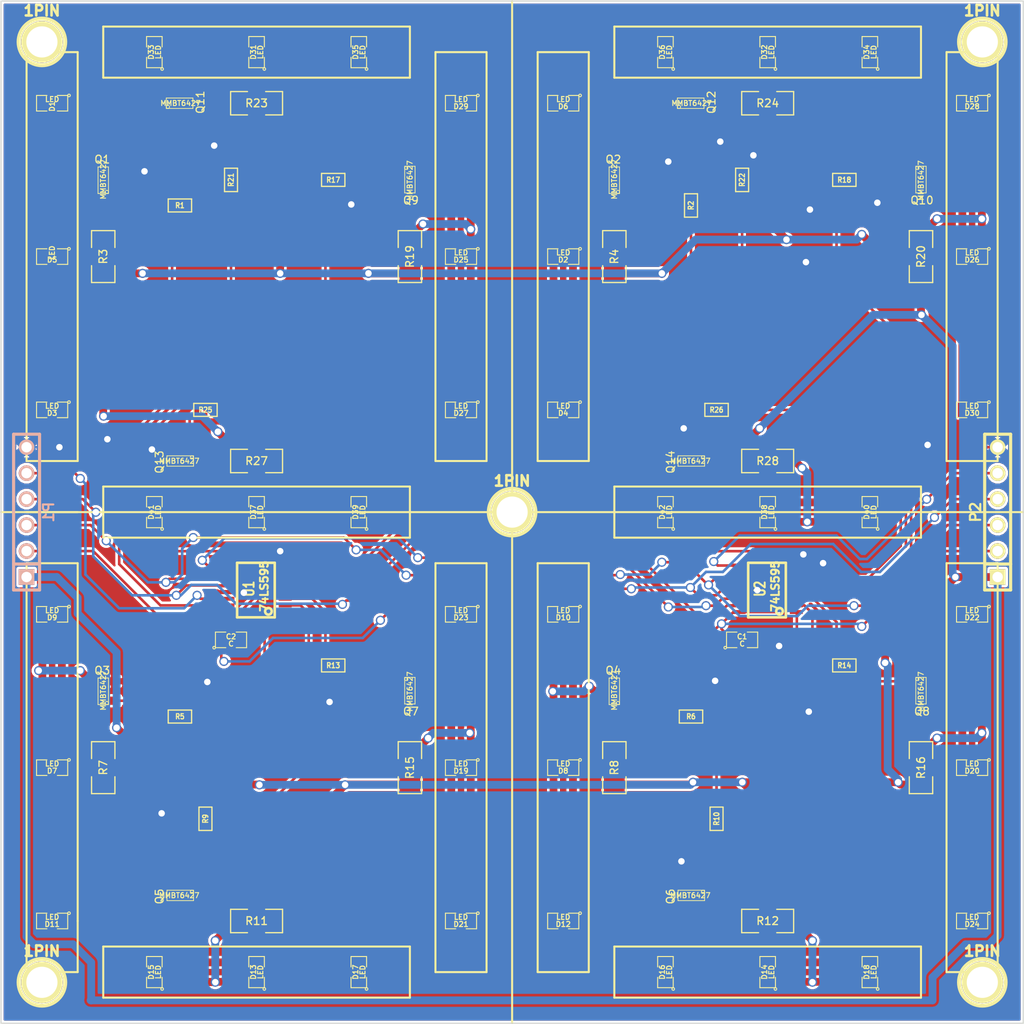
<source format=kicad_pcb>
(kicad_pcb (version 3) (host pcbnew "(2013-07-07 BZR 4022)-stable")
  (layers (15 F.Cu signal) (0 B.Cu signal) (18 B.Paste user) (19 F.Paste user) (20 B.SilkS user) (21 F.SilkS user) (22 B.Mask user) (23 F.Mask user) (28 Edge.Cuts user))
  (net 0 "")
  (net 1 /5V)
  (net 2 /CLK)
  (net 3 /LATCH)
  (net 4 /LEDVCC)
  (net 5 "/SERIAL IN")
  (net 6 /SERIALOUT)
  (net 7 GND)
  (net 8 N-000001)
  (net 9 N-0000010)
  (net 10 N-0000011)
  (net 11 N-0000012)
  (net 12 N-0000013)
  (net 13 N-0000014)
  (net 14 N-0000015)
  (net 15 N-0000016)
  (net 16 N-0000018)
  (net 17 N-0000019)
  (net 18 N-000002)
  (net 19 N-0000020)
  (net 20 N-0000021)
  (net 21 N-0000022)
  (net 22 N-0000023)
  (net 23 N-0000024)
  (net 24 N-0000027)
  (net 25 N-000003)
  (net 26 N-0000030)
  (net 27 N-0000032)
  (net 28 N-0000033)
  (net 29 N-0000034)
  (net 30 N-0000035)
  (net 31 N-0000036)
  (net 32 N-0000037)
  (net 33 N-0000038)
  (net 34 N-0000039)
  (net 35 N-000004)
  (net 36 N-0000040)
  (net 37 N-0000041)
  (net 38 N-0000042)
  (net 39 N-0000043)
  (net 40 N-0000044)
  (net 41 N-0000046)
  (net 42 N-0000047)
  (net 43 N-0000048)
  (net 44 N-0000049)
  (net 45 N-000005)
  (net 46 N-0000051)
  (net 47 N-0000052)
  (net 48 N-0000053)
  (net 49 N-0000054)
  (net 50 N-0000055)
  (net 51 N-0000057)
  (net 52 N-0000058)
  (net 53 N-0000059)
  (net 54 N-000006)
  (net 55 N-0000060)
  (net 56 N-0000061)
  (net 57 N-0000062)
  (net 58 N-0000063)
  (net 59 N-0000064)
  (net 60 N-0000065)
  (net 61 N-0000066)
  (net 62 N-000007)
  (net 63 N-000008)
  (net 64 N-000009)
  (module TSSOP16 (layer F.Cu) (at 65 87.5 90)
    (fp_text reference U1 (at 0 -0.7493 90) (layer F.SilkS) (effects (font (size 1.016 0.762) (thickness 0.1905))))
    (fp_text value 74LS595 (at 0.24892 0.7493 90) (layer F.SilkS) (effects (font (size 0.762 0.762) (thickness 0.1905))))
    (pad 1 smd rect (at -2.27584 2.79908 90) (size 0.381 1.27) (layers F.Cu F.Paste F.Mask) (net 33 N-0000038))
    (pad 2 smd rect (at -1.6256 2.79908 90) (size 0.381 1.27) (layers F.Cu F.Paste F.Mask) (net 32 N-0000037))
    (pad 3 smd rect (at -0.97536 2.79908 90) (size 0.381 1.27) (layers F.Cu F.Paste F.Mask) (net 31 N-0000036))
    (pad 4 smd rect (at -0.32512 2.79908 90) (size 0.381 1.27) (layers F.Cu F.Paste F.Mask) (net 30 N-0000035))
    (pad 5 smd rect (at 0.32512 2.79908 90) (size 0.381 1.27) (layers F.Cu F.Paste F.Mask) (net 29 N-0000034))
    (pad 6 smd rect (at 0.97536 2.79908 90) (size 0.381 1.27) (layers F.Cu F.Paste F.Mask) (net 28 N-0000033))
    (pad 7 smd rect (at 1.6256 2.79908 90) (size 0.381 1.27) (layers F.Cu F.Paste F.Mask))
    (pad 8 smd rect (at 2.27584 2.79908 90) (size 0.381 1.27) (layers F.Cu F.Paste F.Mask) (net 7 GND))
    (pad 9 smd rect (at 2.27584 -2.79908 90) (size 0.381 1.27) (layers F.Cu F.Paste F.Mask) (net 24 N-0000027))
    (pad 10 smd rect (at 1.6256 -2.79908 90) (size 0.381 1.27) (layers F.Cu F.Paste F.Mask) (net 1 /5V))
    (pad 11 smd rect (at 0.97536 -2.79908 90) (size 0.381 1.27) (layers F.Cu F.Paste F.Mask) (net 2 /CLK))
    (pad 12 smd rect (at 0.32512 -2.79908 90) (size 0.381 1.27) (layers F.Cu F.Paste F.Mask) (net 3 /LATCH))
    (pad 13 smd rect (at -0.32512 -2.79908 90) (size 0.381 1.27) (layers F.Cu F.Paste F.Mask) (net 7 GND))
    (pad 14 smd rect (at -0.97536 -2.79908 90) (size 0.381 1.27) (layers F.Cu F.Paste F.Mask) (net 5 "/SERIAL IN"))
    (pad 15 smd rect (at -1.6256 -2.79908 90) (size 0.381 1.27) (layers F.Cu F.Paste F.Mask) (net 34 N-0000039))
    (pad 16 smd rect (at -2.27584 -2.79908 90) (size 0.381 1.27) (layers F.Cu F.Paste F.Mask) (net 1 /5V))
  )
  (module TSSOP16 (layer F.Cu) (at 115 87.5 90)
    (fp_text reference U2 (at 0 -0.7493 90) (layer F.SilkS) (effects (font (size 1.016 0.762) (thickness 0.1905))))
    (fp_text value 74LS595 (at 0.24892 0.7493 90) (layer F.SilkS) (effects (font (size 0.762 0.762) (thickness 0.1905))))
    (pad 1 smd rect (at -2.27584 2.79908 90) (size 0.381 1.27) (layers F.Cu F.Paste F.Mask) (net 13 N-0000014))
    (pad 2 smd rect (at -1.6256 2.79908 90) (size 0.381 1.27) (layers F.Cu F.Paste F.Mask) (net 12 N-0000013))
    (pad 3 smd rect (at -0.97536 2.79908 90) (size 0.381 1.27) (layers F.Cu F.Paste F.Mask) (net 23 N-0000024))
    (pad 4 smd rect (at -0.32512 2.79908 90) (size 0.381 1.27) (layers F.Cu F.Paste F.Mask) (net 22 N-0000023))
    (pad 5 smd rect (at 0.32512 2.79908 90) (size 0.381 1.27) (layers F.Cu F.Paste F.Mask) (net 20 N-0000021))
    (pad 6 smd rect (at 0.97536 2.79908 90) (size 0.381 1.27) (layers F.Cu F.Paste F.Mask) (net 16 N-0000018))
    (pad 7 smd rect (at 1.6256 2.79908 90) (size 0.381 1.27) (layers F.Cu F.Paste F.Mask))
    (pad 8 smd rect (at 2.27584 2.79908 90) (size 0.381 1.27) (layers F.Cu F.Paste F.Mask) (net 7 GND))
    (pad 9 smd rect (at 2.27584 -2.79908 90) (size 0.381 1.27) (layers F.Cu F.Paste F.Mask) (net 6 /SERIALOUT))
    (pad 10 smd rect (at 1.6256 -2.79908 90) (size 0.381 1.27) (layers F.Cu F.Paste F.Mask) (net 1 /5V))
    (pad 11 smd rect (at 0.97536 -2.79908 90) (size 0.381 1.27) (layers F.Cu F.Paste F.Mask) (net 2 /CLK))
    (pad 12 smd rect (at 0.32512 -2.79908 90) (size 0.381 1.27) (layers F.Cu F.Paste F.Mask) (net 3 /LATCH))
    (pad 13 smd rect (at -0.32512 -2.79908 90) (size 0.381 1.27) (layers F.Cu F.Paste F.Mask) (net 7 GND))
    (pad 14 smd rect (at -0.97536 -2.79908 90) (size 0.381 1.27) (layers F.Cu F.Paste F.Mask) (net 24 N-0000027))
    (pad 15 smd rect (at -1.6256 -2.79908 90) (size 0.381 1.27) (layers F.Cu F.Paste F.Mask) (net 14 N-0000015))
    (pad 16 smd rect (at -2.27584 -2.79908 90) (size 0.381 1.27) (layers F.Cu F.Paste F.Mask) (net 1 /5V))
  )
  (module SOT23 (layer F.Cu) (at 100 47.5 90)
    (fp_text reference Q2 (at 1.99898 -0.09906 180) (layer F.SilkS) (effects (font (size 0.762 0.762) (thickness 0.11938))))
    (fp_text value MMBT6427 (at 0.0635 0 90) (layer F.SilkS) (effects (font (size 0.50038 0.50038) (thickness 0.09906))))
    (pad 3 smd rect (at 0 -1.09982 90) (size 0.8001 1.00076) (layers F.Cu F.Paste F.Mask) (net 63 N-000008))
    (pad 2 smd rect (at 0.9525 1.09982 90) (size 0.8001 1.00076) (layers F.Cu F.Paste F.Mask) (net 7 GND))
    (pad 1 smd rect (at -0.9525 1.09982 90) (size 0.8001 1.00076) (layers F.Cu F.Paste F.Mask) (net 51 N-0000057))
  )
  (module SOT23 (layer F.Cu) (at 107.5 75 180)
    (fp_text reference Q14 (at 1.99898 -0.09906 270) (layer F.SilkS) (effects (font (size 0.762 0.762) (thickness 0.11938))))
    (fp_text value MMBT6427 (at 0.0635 0 180) (layer F.SilkS) (effects (font (size 0.50038 0.50038) (thickness 0.09906))))
    (pad 3 smd rect (at 0 -1.09982 180) (size 0.8001 1.00076) (layers F.Cu F.Paste F.Mask) (net 17 N-0000019))
    (pad 2 smd rect (at 0.9525 1.09982 180) (size 0.8001 1.00076) (layers F.Cu F.Paste F.Mask) (net 7 GND))
    (pad 1 smd rect (at -0.9525 1.09982 180) (size 0.8001 1.00076) (layers F.Cu F.Paste F.Mask) (net 15 N-0000016))
  )
  (module SOT23 (layer F.Cu) (at 107.5 40)
    (fp_text reference Q12 (at 1.99898 -0.09906 90) (layer F.SilkS) (effects (font (size 0.762 0.762) (thickness 0.11938))))
    (fp_text value MMBT6427 (at 0.0635 0) (layer F.SilkS) (effects (font (size 0.50038 0.50038) (thickness 0.09906))))
    (pad 3 smd rect (at 0 -1.09982) (size 0.8001 1.00076) (layers F.Cu F.Paste F.Mask) (net 64 N-000009))
    (pad 2 smd rect (at 0.9525 1.09982) (size 0.8001 1.00076) (layers F.Cu F.Paste F.Mask) (net 7 GND))
    (pad 1 smd rect (at -0.9525 1.09982) (size 0.8001 1.00076) (layers F.Cu F.Paste F.Mask) (net 19 N-0000020))
  )
  (module SOT23 (layer F.Cu) (at 130 47.5 270)
    (fp_text reference Q10 (at 1.99898 -0.09906 360) (layer F.SilkS) (effects (font (size 0.762 0.762) (thickness 0.11938))))
    (fp_text value MMBT6427 (at 0.0635 0 270) (layer F.SilkS) (effects (font (size 0.50038 0.50038) (thickness 0.09906))))
    (pad 3 smd rect (at 0 -1.09982 270) (size 0.8001 1.00076) (layers F.Cu F.Paste F.Mask) (net 11 N-0000012))
    (pad 2 smd rect (at 0.9525 1.09982 270) (size 0.8001 1.00076) (layers F.Cu F.Paste F.Mask) (net 7 GND))
    (pad 1 smd rect (at -0.9525 1.09982 270) (size 0.8001 1.00076) (layers F.Cu F.Paste F.Mask) (net 21 N-0000022))
  )
  (module SOT23 (layer F.Cu) (at 130 97.5 270)
    (fp_text reference Q8 (at 1.99898 -0.09906 360) (layer F.SilkS) (effects (font (size 0.762 0.762) (thickness 0.11938))))
    (fp_text value MMBT6427 (at 0.0635 0 270) (layer F.SilkS) (effects (font (size 0.50038 0.50038) (thickness 0.09906))))
    (pad 3 smd rect (at 0 -1.09982 270) (size 0.8001 1.00076) (layers F.Cu F.Paste F.Mask) (net 8 N-000001))
    (pad 2 smd rect (at 0.9525 1.09982 270) (size 0.8001 1.00076) (layers F.Cu F.Paste F.Mask) (net 7 GND))
    (pad 1 smd rect (at -0.9525 1.09982 270) (size 0.8001 1.00076) (layers F.Cu F.Paste F.Mask) (net 53 N-0000059))
  )
  (module SOT23 (layer F.Cu) (at 107.5 117.5 180)
    (fp_text reference Q6 (at 1.99898 -0.09906 270) (layer F.SilkS) (effects (font (size 0.762 0.762) (thickness 0.11938))))
    (fp_text value MMBT6427 (at 0.0635 0 180) (layer F.SilkS) (effects (font (size 0.50038 0.50038) (thickness 0.09906))))
    (pad 3 smd rect (at 0 -1.09982 180) (size 0.8001 1.00076) (layers F.Cu F.Paste F.Mask) (net 35 N-000004))
    (pad 2 smd rect (at 0.9525 1.09982 180) (size 0.8001 1.00076) (layers F.Cu F.Paste F.Mask) (net 7 GND))
    (pad 1 smd rect (at -0.9525 1.09982 180) (size 0.8001 1.00076) (layers F.Cu F.Paste F.Mask) (net 55 N-0000060))
  )
  (module SOT23 (layer F.Cu) (at 100 97.5 90)
    (fp_text reference Q4 (at 1.99898 -0.09906 180) (layer F.SilkS) (effects (font (size 0.762 0.762) (thickness 0.11938))))
    (fp_text value MMBT6427 (at 0.0635 0 90) (layer F.SilkS) (effects (font (size 0.50038 0.50038) (thickness 0.09906))))
    (pad 3 smd rect (at 0 -1.09982 90) (size 0.8001 1.00076) (layers F.Cu F.Paste F.Mask) (net 54 N-000006))
    (pad 2 smd rect (at 0.9525 1.09982 90) (size 0.8001 1.00076) (layers F.Cu F.Paste F.Mask) (net 7 GND))
    (pad 1 smd rect (at -0.9525 1.09982 90) (size 0.8001 1.00076) (layers F.Cu F.Paste F.Mask) (net 56 N-0000061))
  )
  (module SOT23 (layer F.Cu) (at 57.5 75 180)
    (fp_text reference Q13 (at 1.99898 -0.09906 270) (layer F.SilkS) (effects (font (size 0.762 0.762) (thickness 0.11938))))
    (fp_text value MMBT6427 (at 0.0635 0 180) (layer F.SilkS) (effects (font (size 0.50038 0.50038) (thickness 0.09906))))
    (pad 3 smd rect (at 0 -1.09982 180) (size 0.8001 1.00076) (layers F.Cu F.Paste F.Mask) (net 36 N-0000040))
    (pad 2 smd rect (at 0.9525 1.09982 180) (size 0.8001 1.00076) (layers F.Cu F.Paste F.Mask) (net 7 GND))
    (pad 1 smd rect (at -0.9525 1.09982 180) (size 0.8001 1.00076) (layers F.Cu F.Paste F.Mask) (net 27 N-0000032))
  )
  (module SOT23 (layer F.Cu) (at 57.5 40)
    (fp_text reference Q11 (at 1.99898 -0.09906 90) (layer F.SilkS) (effects (font (size 0.762 0.762) (thickness 0.11938))))
    (fp_text value MMBT6427 (at 0.0635 0) (layer F.SilkS) (effects (font (size 0.50038 0.50038) (thickness 0.09906))))
    (pad 3 smd rect (at 0 -1.09982) (size 0.8001 1.00076) (layers F.Cu F.Paste F.Mask) (net 38 N-0000042))
    (pad 2 smd rect (at 0.9525 1.09982) (size 0.8001 1.00076) (layers F.Cu F.Paste F.Mask) (net 7 GND))
    (pad 1 smd rect (at -0.9525 1.09982) (size 0.8001 1.00076) (layers F.Cu F.Paste F.Mask) (net 37 N-0000041))
  )
  (module SOT23 (layer F.Cu) (at 50 47.5 90)
    (fp_text reference Q1 (at 1.99898 -0.09906 180) (layer F.SilkS) (effects (font (size 0.762 0.762) (thickness 0.11938))))
    (fp_text value MMBT6427 (at 0.0635 0 90) (layer F.SilkS) (effects (font (size 0.50038 0.50038) (thickness 0.09906))))
    (pad 3 smd rect (at 0 -1.09982 90) (size 0.8001 1.00076) (layers F.Cu F.Paste F.Mask) (net 40 N-0000044))
    (pad 2 smd rect (at 0.9525 1.09982 90) (size 0.8001 1.00076) (layers F.Cu F.Paste F.Mask) (net 7 GND))
    (pad 1 smd rect (at -0.9525 1.09982 90) (size 0.8001 1.00076) (layers F.Cu F.Paste F.Mask) (net 43 N-0000048))
  )
  (module SOT23 (layer F.Cu) (at 80 47.5 270)
    (fp_text reference Q9 (at 1.99898 -0.09906 360) (layer F.SilkS) (effects (font (size 0.762 0.762) (thickness 0.11938))))
    (fp_text value MMBT6427 (at 0.0635 0 270) (layer F.SilkS) (effects (font (size 0.50038 0.50038) (thickness 0.09906))))
    (pad 3 smd rect (at 0 -1.09982 270) (size 0.8001 1.00076) (layers F.Cu F.Paste F.Mask) (net 47 N-0000052))
    (pad 2 smd rect (at 0.9525 1.09982 270) (size 0.8001 1.00076) (layers F.Cu F.Paste F.Mask) (net 7 GND))
    (pad 1 smd rect (at -0.9525 1.09982 270) (size 0.8001 1.00076) (layers F.Cu F.Paste F.Mask) (net 46 N-0000051))
  )
  (module SOT23 (layer F.Cu) (at 57.5 117.5 180)
    (fp_text reference Q5 (at 1.99898 -0.09906 270) (layer F.SilkS) (effects (font (size 0.762 0.762) (thickness 0.11938))))
    (fp_text value MMBT6427 (at 0.0635 0 180) (layer F.SilkS) (effects (font (size 0.50038 0.50038) (thickness 0.09906))))
    (pad 3 smd rect (at 0 -1.09982 180) (size 0.8001 1.00076) (layers F.Cu F.Paste F.Mask) (net 57 N-0000062))
    (pad 2 smd rect (at 0.9525 1.09982 180) (size 0.8001 1.00076) (layers F.Cu F.Paste F.Mask) (net 7 GND))
    (pad 1 smd rect (at -0.9525 1.09982 180) (size 0.8001 1.00076) (layers F.Cu F.Paste F.Mask) (net 50 N-0000055))
  )
  (module SOT23 (layer F.Cu) (at 50 97.5 90)
    (fp_text reference Q3 (at 1.99898 -0.09906 180) (layer F.SilkS) (effects (font (size 0.762 0.762) (thickness 0.11938))))
    (fp_text value MMBT6427 (at 0.0635 0 90) (layer F.SilkS) (effects (font (size 0.50038 0.50038) (thickness 0.09906))))
    (pad 3 smd rect (at 0 -1.09982 90) (size 0.8001 1.00076) (layers F.Cu F.Paste F.Mask) (net 42 N-0000047))
    (pad 2 smd rect (at 0.9525 1.09982 90) (size 0.8001 1.00076) (layers F.Cu F.Paste F.Mask) (net 7 GND))
    (pad 1 smd rect (at -0.9525 1.09982 90) (size 0.8001 1.00076) (layers F.Cu F.Paste F.Mask) (net 44 N-0000049))
  )
  (module SOT23 (layer F.Cu) (at 80 97.5 270)
    (fp_text reference Q7 (at 1.99898 -0.09906 360) (layer F.SilkS) (effects (font (size 0.762 0.762) (thickness 0.11938))))
    (fp_text value MMBT6427 (at 0.0635 0 270) (layer F.SilkS) (effects (font (size 0.50038 0.50038) (thickness 0.09906))))
    (pad 3 smd rect (at 0 -1.09982 270) (size 0.8001 1.00076) (layers F.Cu F.Paste F.Mask) (net 49 N-0000054))
    (pad 2 smd rect (at 0.9525 1.09982 270) (size 0.8001 1.00076) (layers F.Cu F.Paste F.Mask) (net 7 GND))
    (pad 1 smd rect (at -0.9525 1.09982 270) (size 0.8001 1.00076) (layers F.Cu F.Paste F.Mask) (net 48 N-0000053))
  )
  (module SM1206 (layer F.Cu) (at 65 75)
    (fp_text reference R27 (at 0 0) (layer F.SilkS) (effects (font (size 0.762 0.762) (thickness 0.127))))
    (fp_text value RLED hide)
    (pad 1 smd rect (at -1.651 0) (size 1.524 2.032) (layers F.Cu F.Paste F.Mask) (net 4 /LEDVCC))
    (pad 2 smd rect (at 1.651 0) (size 1.524 2.032) (layers F.Cu F.Paste F.Mask) (net 52 N-0000058))
  )
  (module SM1206 (layer F.Cu) (at 130 105 90)
    (fp_text reference R16 (at 0 0 90) (layer F.SilkS) (effects (font (size 0.762 0.762) (thickness 0.127))))
    (fp_text value RLED hide)
    (pad 1 smd rect (at -1.651 0 90) (size 1.524 2.032) (layers F.Cu F.Paste F.Mask) (net 4 /LEDVCC))
    (pad 2 smd rect (at 1.651 0 90) (size 1.524 2.032) (layers F.Cu F.Paste F.Mask) (net 18 N-000002))
  )
  (module SM1206 (layer F.Cu) (at 130 55 90)
    (fp_text reference R20 (at 0 0 90) (layer F.SilkS) (effects (font (size 0.762 0.762) (thickness 0.127))))
    (fp_text value RLED hide)
    (pad 1 smd rect (at -1.651 0 90) (size 1.524 2.032) (layers F.Cu F.Paste F.Mask) (net 4 /LEDVCC))
    (pad 2 smd rect (at 1.651 0 90) (size 1.524 2.032) (layers F.Cu F.Paste F.Mask) (net 10 N-0000011))
  )
  (module SM1206 (layer F.Cu) (at 115 40)
    (fp_text reference R24 (at 0 0) (layer F.SilkS) (effects (font (size 0.762 0.762) (thickness 0.127))))
    (fp_text value RLED hide)
    (pad 1 smd rect (at -1.651 0) (size 1.524 2.032) (layers F.Cu F.Paste F.Mask) (net 4 /LEDVCC))
    (pad 2 smd rect (at 1.651 0) (size 1.524 2.032) (layers F.Cu F.Paste F.Mask) (net 9 N-0000010))
  )
  (module SM1206 (layer F.Cu) (at 115 75)
    (fp_text reference R28 (at 0 0) (layer F.SilkS) (effects (font (size 0.762 0.762) (thickness 0.127))))
    (fp_text value RLED hide)
    (pad 1 smd rect (at -1.651 0) (size 1.524 2.032) (layers F.Cu F.Paste F.Mask) (net 4 /LEDVCC))
    (pad 2 smd rect (at 1.651 0) (size 1.524 2.032) (layers F.Cu F.Paste F.Mask) (net 26 N-0000030))
  )
  (module SM1206 (layer F.Cu) (at 115 120)
    (fp_text reference R12 (at 0 0) (layer F.SilkS) (effects (font (size 0.762 0.762) (thickness 0.127))))
    (fp_text value RLED hide)
    (pad 1 smd rect (at -1.651 0) (size 1.524 2.032) (layers F.Cu F.Paste F.Mask) (net 4 /LEDVCC))
    (pad 2 smd rect (at 1.651 0) (size 1.524 2.032) (layers F.Cu F.Paste F.Mask) (net 25 N-000003))
  )
  (module SM1206 (layer F.Cu) (at 100 105 90)
    (fp_text reference R8 (at 0 0 90) (layer F.SilkS) (effects (font (size 0.762 0.762) (thickness 0.127))))
    (fp_text value RLED hide)
    (pad 1 smd rect (at -1.651 0 90) (size 1.524 2.032) (layers F.Cu F.Paste F.Mask) (net 4 /LEDVCC))
    (pad 2 smd rect (at 1.651 0 90) (size 1.524 2.032) (layers F.Cu F.Paste F.Mask) (net 45 N-000005))
  )
  (module SM1206 (layer F.Cu) (at 100 55 90)
    (fp_text reference R4 (at 0 0 90) (layer F.SilkS) (effects (font (size 0.762 0.762) (thickness 0.127))))
    (fp_text value RLED hide)
    (pad 1 smd rect (at -1.651 0 90) (size 1.524 2.032) (layers F.Cu F.Paste F.Mask) (net 4 /LEDVCC))
    (pad 2 smd rect (at 1.651 0 90) (size 1.524 2.032) (layers F.Cu F.Paste F.Mask) (net 62 N-000007))
  )
  (module SM1206 (layer F.Cu) (at 65 40)
    (fp_text reference R23 (at 0 0) (layer F.SilkS) (effects (font (size 0.762 0.762) (thickness 0.127))))
    (fp_text value RLED hide)
    (pad 1 smd rect (at -1.651 0) (size 1.524 2.032) (layers F.Cu F.Paste F.Mask) (net 4 /LEDVCC))
    (pad 2 smd rect (at 1.651 0) (size 1.524 2.032) (layers F.Cu F.Paste F.Mask) (net 60 N-0000065))
  )
  (module SM1206 (layer F.Cu) (at 80 55 90)
    (fp_text reference R19 (at 0 0 90) (layer F.SilkS) (effects (font (size 0.762 0.762) (thickness 0.127))))
    (fp_text value RLED hide)
    (pad 1 smd rect (at -1.651 0 90) (size 1.524 2.032) (layers F.Cu F.Paste F.Mask) (net 4 /LEDVCC))
    (pad 2 smd rect (at 1.651 0 90) (size 1.524 2.032) (layers F.Cu F.Paste F.Mask) (net 61 N-0000066))
  )
  (module SM1206 (layer F.Cu) (at 80 105 90)
    (fp_text reference R15 (at 0 0 90) (layer F.SilkS) (effects (font (size 0.762 0.762) (thickness 0.127))))
    (fp_text value RLED hide)
    (pad 1 smd rect (at -1.651 0 90) (size 1.524 2.032) (layers F.Cu F.Paste F.Mask) (net 4 /LEDVCC))
    (pad 2 smd rect (at 1.651 0 90) (size 1.524 2.032) (layers F.Cu F.Paste F.Mask) (net 58 N-0000063))
  )
  (module SM1206 (layer F.Cu) (at 65 120 180)
    (fp_text reference R11 (at 0 0 180) (layer F.SilkS) (effects (font (size 0.762 0.762) (thickness 0.127))))
    (fp_text value RLED hide)
    (pad 1 smd rect (at -1.651 0 180) (size 1.524 2.032) (layers F.Cu F.Paste F.Mask) (net 4 /LEDVCC))
    (pad 2 smd rect (at 1.651 0 180) (size 1.524 2.032) (layers F.Cu F.Paste F.Mask) (net 59 N-0000064))
  )
  (module SM1206 (layer F.Cu) (at 50 105 90)
    (fp_text reference R7 (at 0 0 90) (layer F.SilkS) (effects (font (size 0.762 0.762) (thickness 0.127))))
    (fp_text value RLED hide)
    (pad 1 smd rect (at -1.651 0 90) (size 1.524 2.032) (layers F.Cu F.Paste F.Mask) (net 4 /LEDVCC))
    (pad 2 smd rect (at 1.651 0 90) (size 1.524 2.032) (layers F.Cu F.Paste F.Mask) (net 41 N-0000046))
  )
  (module SM1206 (layer F.Cu) (at 50 55 90)
    (fp_text reference R3 (at 0 0 90) (layer F.SilkS) (effects (font (size 0.762 0.762) (thickness 0.127))))
    (fp_text value RLED hide)
    (pad 1 smd rect (at -1.651 0 90) (size 1.524 2.032) (layers F.Cu F.Paste F.Mask) (net 4 /LEDVCC))
    (pad 2 smd rect (at 1.651 0 90) (size 1.524 2.032) (layers F.Cu F.Paste F.Mask) (net 39 N-0000043))
  )
  (module SM0805 (layer F.Cu) (at 135 90 180)
    (fp_text reference D22 (at 0 -0.3175 180) (layer F.SilkS) (effects (font (size 0.50038 0.50038) (thickness 0.10922))))
    (fp_text value LED (at 0 0.381 180) (layer F.SilkS) (effects (font (size 0.50038 0.50038) (thickness 0.10922))))
    (pad 1 smd rect (at -0.9525 0 180) (size 0.889 1.397) (layers F.Cu F.Paste F.Mask) (net 18 N-000002))
    (pad 2 smd rect (at 0.9525 0 180) (size 0.889 1.397) (layers F.Cu F.Paste F.Mask) (net 8 N-000001))
  )
  (module SM0805 (layer F.Cu) (at 135 40 180)
    (fp_text reference D28 (at 0 -0.3175 180) (layer F.SilkS) (effects (font (size 0.50038 0.50038) (thickness 0.10922))))
    (fp_text value LED (at 0 0.381 180) (layer F.SilkS) (effects (font (size 0.50038 0.50038) (thickness 0.10922))))
    (pad 1 smd rect (at -0.9525 0 180) (size 0.889 1.397) (layers F.Cu F.Paste F.Mask) (net 10 N-0000011))
    (pad 2 smd rect (at 0.9525 0 180) (size 0.889 1.397) (layers F.Cu F.Paste F.Mask) (net 11 N-0000012))
  )
  (module SM0805 (layer F.Cu) (at 135 120 180)
    (fp_text reference D24 (at 0 -0.3175 180) (layer F.SilkS) (effects (font (size 0.50038 0.50038) (thickness 0.10922))))
    (fp_text value LED (at 0 0.381 180) (layer F.SilkS) (effects (font (size 0.50038 0.50038) (thickness 0.10922))))
    (pad 1 smd rect (at -0.9525 0 180) (size 0.889 1.397) (layers F.Cu F.Paste F.Mask) (net 18 N-000002))
    (pad 2 smd rect (at 0.9525 0 180) (size 0.889 1.397) (layers F.Cu F.Paste F.Mask) (net 8 N-000001))
  )
  (module SM0805 (layer F.Cu) (at 135 55 180)
    (fp_text reference D26 (at 0 -0.3175 180) (layer F.SilkS) (effects (font (size 0.50038 0.50038) (thickness 0.10922))))
    (fp_text value LED (at 0 0.381 180) (layer F.SilkS) (effects (font (size 0.50038 0.50038) (thickness 0.10922))))
    (pad 1 smd rect (at -0.9525 0 180) (size 0.889 1.397) (layers F.Cu F.Paste F.Mask) (net 10 N-0000011))
    (pad 2 smd rect (at 0.9525 0 180) (size 0.889 1.397) (layers F.Cu F.Paste F.Mask) (net 11 N-0000012))
  )
  (module SM0805 (layer F.Cu) (at 115 35 90)
    (fp_text reference D32 (at 0 -0.3175 90) (layer F.SilkS) (effects (font (size 0.50038 0.50038) (thickness 0.10922))))
    (fp_text value LED (at 0 0.381 90) (layer F.SilkS) (effects (font (size 0.50038 0.50038) (thickness 0.10922))))
    (pad 1 smd rect (at -0.9525 0 90) (size 0.889 1.397) (layers F.Cu F.Paste F.Mask) (net 9 N-0000010))
    (pad 2 smd rect (at 0.9525 0 90) (size 0.889 1.397) (layers F.Cu F.Paste F.Mask) (net 64 N-000009))
  )
  (module SM0805 (layer F.Cu) (at 135 70 180)
    (fp_text reference D30 (at 0 -0.3175 180) (layer F.SilkS) (effects (font (size 0.50038 0.50038) (thickness 0.10922))))
    (fp_text value LED (at 0 0.381 180) (layer F.SilkS) (effects (font (size 0.50038 0.50038) (thickness 0.10922))))
    (pad 1 smd rect (at -0.9525 0 180) (size 0.889 1.397) (layers F.Cu F.Paste F.Mask) (net 10 N-0000011))
    (pad 2 smd rect (at 0.9525 0 180) (size 0.889 1.397) (layers F.Cu F.Paste F.Mask) (net 11 N-0000012))
  )
  (module SM0805 (layer F.Cu) (at 55 80 90)
    (fp_text reference D41 (at 0 -0.3175 90) (layer F.SilkS) (effects (font (size 0.50038 0.50038) (thickness 0.10922))))
    (fp_text value LED (at 0 0.381 90) (layer F.SilkS) (effects (font (size 0.50038 0.50038) (thickness 0.10922))))
    (pad 1 smd rect (at -0.9525 0 90) (size 0.889 1.397) (layers F.Cu F.Paste F.Mask) (net 52 N-0000058))
    (pad 2 smd rect (at 0.9525 0 90) (size 0.889 1.397) (layers F.Cu F.Paste F.Mask) (net 36 N-0000040))
  )
  (module SM0805 (layer F.Cu) (at 135 105 180)
    (fp_text reference D20 (at 0 -0.3175 180) (layer F.SilkS) (effects (font (size 0.50038 0.50038) (thickness 0.10922))))
    (fp_text value LED (at 0 0.381 180) (layer F.SilkS) (effects (font (size 0.50038 0.50038) (thickness 0.10922))))
    (pad 1 smd rect (at -0.9525 0 180) (size 0.889 1.397) (layers F.Cu F.Paste F.Mask) (net 18 N-000002))
    (pad 2 smd rect (at 0.9525 0 180) (size 0.889 1.397) (layers F.Cu F.Paste F.Mask) (net 8 N-000001))
  )
  (module SM0805 (layer F.Cu) (at 125 125 90)
    (fp_text reference D18 (at 0 -0.3175 90) (layer F.SilkS) (effects (font (size 0.50038 0.50038) (thickness 0.10922))))
    (fp_text value LED (at 0 0.381 90) (layer F.SilkS) (effects (font (size 0.50038 0.50038) (thickness 0.10922))))
    (pad 1 smd rect (at -0.9525 0 90) (size 0.889 1.397) (layers F.Cu F.Paste F.Mask) (net 25 N-000003))
    (pad 2 smd rect (at 0.9525 0 90) (size 0.889 1.397) (layers F.Cu F.Paste F.Mask) (net 35 N-000004))
  )
  (module SM0805 (layer F.Cu) (at 95 55 180)
    (fp_text reference D2 (at 0 -0.3175 180) (layer F.SilkS) (effects (font (size 0.50038 0.50038) (thickness 0.10922))))
    (fp_text value LED (at 0 0.381 180) (layer F.SilkS) (effects (font (size 0.50038 0.50038) (thickness 0.10922))))
    (pad 1 smd rect (at -0.9525 0 180) (size 0.889 1.397) (layers F.Cu F.Paste F.Mask) (net 62 N-000007))
    (pad 2 smd rect (at 0.9525 0 180) (size 0.889 1.397) (layers F.Cu F.Paste F.Mask) (net 63 N-000008))
  )
  (module SM0805 (layer F.Cu) (at 95 70 180)
    (fp_text reference D4 (at 0 -0.3175 180) (layer F.SilkS) (effects (font (size 0.50038 0.50038) (thickness 0.10922))))
    (fp_text value LED (at 0 0.381 180) (layer F.SilkS) (effects (font (size 0.50038 0.50038) (thickness 0.10922))))
    (pad 1 smd rect (at -0.9525 0 180) (size 0.889 1.397) (layers F.Cu F.Paste F.Mask) (net 62 N-000007))
    (pad 2 smd rect (at 0.9525 0 180) (size 0.889 1.397) (layers F.Cu F.Paste F.Mask) (net 63 N-000008))
  )
  (module SM0805 (layer F.Cu) (at 95 40 180)
    (fp_text reference D6 (at 0 -0.3175 180) (layer F.SilkS) (effects (font (size 0.50038 0.50038) (thickness 0.10922))))
    (fp_text value LED (at 0 0.381 180) (layer F.SilkS) (effects (font (size 0.50038 0.50038) (thickness 0.10922))))
    (pad 1 smd rect (at -0.9525 0 180) (size 0.889 1.397) (layers F.Cu F.Paste F.Mask) (net 62 N-000007))
    (pad 2 smd rect (at 0.9525 0 180) (size 0.889 1.397) (layers F.Cu F.Paste F.Mask) (net 63 N-000008))
  )
  (module SM0805 (layer F.Cu) (at 95 105 180)
    (fp_text reference D8 (at 0 -0.3175 180) (layer F.SilkS) (effects (font (size 0.50038 0.50038) (thickness 0.10922))))
    (fp_text value LED (at 0 0.381 180) (layer F.SilkS) (effects (font (size 0.50038 0.50038) (thickness 0.10922))))
    (pad 1 smd rect (at -0.9525 0 180) (size 0.889 1.397) (layers F.Cu F.Paste F.Mask) (net 45 N-000005))
    (pad 2 smd rect (at 0.9525 0 180) (size 0.889 1.397) (layers F.Cu F.Paste F.Mask) (net 54 N-000006))
  )
  (module SM0805 (layer F.Cu) (at 95 90 180)
    (fp_text reference D10 (at 0 -0.3175 180) (layer F.SilkS) (effects (font (size 0.50038 0.50038) (thickness 0.10922))))
    (fp_text value LED (at 0 0.381 180) (layer F.SilkS) (effects (font (size 0.50038 0.50038) (thickness 0.10922))))
    (pad 1 smd rect (at -0.9525 0 180) (size 0.889 1.397) (layers F.Cu F.Paste F.Mask) (net 45 N-000005))
    (pad 2 smd rect (at 0.9525 0 180) (size 0.889 1.397) (layers F.Cu F.Paste F.Mask) (net 54 N-000006))
  )
  (module SM0805 (layer F.Cu) (at 95 120 180)
    (fp_text reference D12 (at 0 -0.3175 180) (layer F.SilkS) (effects (font (size 0.50038 0.50038) (thickness 0.10922))))
    (fp_text value LED (at 0 0.381 180) (layer F.SilkS) (effects (font (size 0.50038 0.50038) (thickness 0.10922))))
    (pad 1 smd rect (at -0.9525 0 180) (size 0.889 1.397) (layers F.Cu F.Paste F.Mask) (net 45 N-000005))
    (pad 2 smd rect (at 0.9525 0 180) (size 0.889 1.397) (layers F.Cu F.Paste F.Mask) (net 54 N-000006))
  )
  (module SM0805 (layer F.Cu) (at 115 125 90)
    (fp_text reference D14 (at 0 -0.3175 90) (layer F.SilkS) (effects (font (size 0.50038 0.50038) (thickness 0.10922))))
    (fp_text value LED (at 0 0.381 90) (layer F.SilkS) (effects (font (size 0.50038 0.50038) (thickness 0.10922))))
    (pad 1 smd rect (at -0.9525 0 90) (size 0.889 1.397) (layers F.Cu F.Paste F.Mask) (net 25 N-000003))
    (pad 2 smd rect (at 0.9525 0 90) (size 0.889 1.397) (layers F.Cu F.Paste F.Mask) (net 35 N-000004))
  )
  (module SM0805 (layer F.Cu) (at 105 125 90)
    (fp_text reference D16 (at 0 -0.3175 90) (layer F.SilkS) (effects (font (size 0.50038 0.50038) (thickness 0.10922))))
    (fp_text value LED (at 0 0.381 90) (layer F.SilkS) (effects (font (size 0.50038 0.50038) (thickness 0.10922))))
    (pad 1 smd rect (at -0.9525 0 90) (size 0.889 1.397) (layers F.Cu F.Paste F.Mask) (net 25 N-000003))
    (pad 2 smd rect (at 0.9525 0 90) (size 0.889 1.397) (layers F.Cu F.Paste F.Mask) (net 35 N-000004))
  )
  (module SM0805 (layer F.Cu) (at 85 120 180)
    (fp_text reference D21 (at 0 -0.3175 180) (layer F.SilkS) (effects (font (size 0.50038 0.50038) (thickness 0.10922))))
    (fp_text value LED (at 0 0.381 180) (layer F.SilkS) (effects (font (size 0.50038 0.50038) (thickness 0.10922))))
    (pad 1 smd rect (at -0.9525 0 180) (size 0.889 1.397) (layers F.Cu F.Paste F.Mask) (net 58 N-0000063))
    (pad 2 smd rect (at 0.9525 0 180) (size 0.889 1.397) (layers F.Cu F.Paste F.Mask) (net 49 N-0000054))
  )
  (module SM0805 (layer F.Cu) (at 105 80 90)
    (fp_text reference D42 (at 0 -0.3175 90) (layer F.SilkS) (effects (font (size 0.50038 0.50038) (thickness 0.10922))))
    (fp_text value LED (at 0 0.381 90) (layer F.SilkS) (effects (font (size 0.50038 0.50038) (thickness 0.10922))))
    (pad 1 smd rect (at -0.9525 0 90) (size 0.889 1.397) (layers F.Cu F.Paste F.Mask) (net 26 N-0000030))
    (pad 2 smd rect (at 0.9525 0 90) (size 0.889 1.397) (layers F.Cu F.Paste F.Mask) (net 17 N-0000019))
  )
  (module SM0805 (layer F.Cu) (at 125 80 90)
    (fp_text reference D40 (at 0 -0.3175 90) (layer F.SilkS) (effects (font (size 0.50038 0.50038) (thickness 0.10922))))
    (fp_text value LED (at 0 0.381 90) (layer F.SilkS) (effects (font (size 0.50038 0.50038) (thickness 0.10922))))
    (pad 1 smd rect (at -0.9525 0 90) (size 0.889 1.397) (layers F.Cu F.Paste F.Mask) (net 26 N-0000030))
    (pad 2 smd rect (at 0.9525 0 90) (size 0.889 1.397) (layers F.Cu F.Paste F.Mask) (net 17 N-0000019))
  )
  (module SM0805 (layer F.Cu) (at 45 40 180)
    (fp_text reference D1 (at 0 -0.3175 270) (layer F.SilkS) (effects (font (size 0.50038 0.50038) (thickness 0.10922))))
    (fp_text value LED (at 0 0.381 180) (layer F.SilkS) (effects (font (size 0.50038 0.50038) (thickness 0.10922))))
    (pad 1 smd rect (at -0.9525 0 180) (size 0.889 1.397) (layers F.Cu F.Paste F.Mask) (net 39 N-0000043))
    (pad 2 smd rect (at 0.9525 0 180) (size 0.889 1.397) (layers F.Cu F.Paste F.Mask) (net 40 N-0000044))
  )
  (module SM0805 (layer F.Cu) (at 45 70 180)
    (fp_text reference D3 (at 0 -0.3175 180) (layer F.SilkS) (effects (font (size 0.50038 0.50038) (thickness 0.10922))))
    (fp_text value LED (at 0 0.381 180) (layer F.SilkS) (effects (font (size 0.50038 0.50038) (thickness 0.10922))))
    (pad 1 smd rect (at -0.9525 0 180) (size 0.889 1.397) (layers F.Cu F.Paste F.Mask) (net 39 N-0000043))
    (pad 2 smd rect (at 0.9525 0 180) (size 0.889 1.397) (layers F.Cu F.Paste F.Mask) (net 40 N-0000044))
  )
  (module SM0805 (layer F.Cu) (at 45 55 180)
    (fp_text reference D5 (at 0 -0.3175 180) (layer F.SilkS) (effects (font (size 0.50038 0.50038) (thickness 0.10922))))
    (fp_text value LED (at 0 0.381 270) (layer F.SilkS) (effects (font (size 0.50038 0.50038) (thickness 0.10922))))
    (pad 1 smd rect (at -0.9525 0 180) (size 0.889 1.397) (layers F.Cu F.Paste F.Mask) (net 39 N-0000043))
    (pad 2 smd rect (at 0.9525 0 180) (size 0.889 1.397) (layers F.Cu F.Paste F.Mask) (net 40 N-0000044))
  )
  (module SM0805 (layer F.Cu) (at 45 105 180)
    (fp_text reference D7 (at 0 -0.3175 180) (layer F.SilkS) (effects (font (size 0.50038 0.50038) (thickness 0.10922))))
    (fp_text value LED (at 0 0.381 180) (layer F.SilkS) (effects (font (size 0.50038 0.50038) (thickness 0.10922))))
    (pad 1 smd rect (at -0.9525 0 180) (size 0.889 1.397) (layers F.Cu F.Paste F.Mask) (net 41 N-0000046))
    (pad 2 smd rect (at 0.9525 0 180) (size 0.889 1.397) (layers F.Cu F.Paste F.Mask) (net 42 N-0000047))
  )
  (module SM0805 (layer F.Cu) (at 45 90 180)
    (fp_text reference D9 (at 0 -0.3175 180) (layer F.SilkS) (effects (font (size 0.50038 0.50038) (thickness 0.10922))))
    (fp_text value LED (at 0 0.381 180) (layer F.SilkS) (effects (font (size 0.50038 0.50038) (thickness 0.10922))))
    (pad 1 smd rect (at -0.9525 0 180) (size 0.889 1.397) (layers F.Cu F.Paste F.Mask) (net 41 N-0000046))
    (pad 2 smd rect (at 0.9525 0 180) (size 0.889 1.397) (layers F.Cu F.Paste F.Mask) (net 42 N-0000047))
  )
  (module SM0805 (layer F.Cu) (at 45 120 180)
    (fp_text reference D11 (at 0 -0.3175 180) (layer F.SilkS) (effects (font (size 0.50038 0.50038) (thickness 0.10922))))
    (fp_text value LED (at 0 0.381 180) (layer F.SilkS) (effects (font (size 0.50038 0.50038) (thickness 0.10922))))
    (pad 1 smd rect (at -0.9525 0 180) (size 0.889 1.397) (layers F.Cu F.Paste F.Mask) (net 41 N-0000046))
    (pad 2 smd rect (at 0.9525 0 180) (size 0.889 1.397) (layers F.Cu F.Paste F.Mask) (net 42 N-0000047))
  )
  (module SM0805 (layer F.Cu) (at 65 125 90)
    (fp_text reference D13 (at 0 -0.3175 90) (layer F.SilkS) (effects (font (size 0.50038 0.50038) (thickness 0.10922))))
    (fp_text value LED (at 0 0.381 90) (layer F.SilkS) (effects (font (size 0.50038 0.50038) (thickness 0.10922))))
    (pad 1 smd rect (at -0.9525 0 90) (size 0.889 1.397) (layers F.Cu F.Paste F.Mask) (net 59 N-0000064))
    (pad 2 smd rect (at 0.9525 0 90) (size 0.889 1.397) (layers F.Cu F.Paste F.Mask) (net 57 N-0000062))
  )
  (module SM0805 (layer F.Cu) (at 55 125 90)
    (fp_text reference D15 (at 0 -0.3175 90) (layer F.SilkS) (effects (font (size 0.50038 0.50038) (thickness 0.10922))))
    (fp_text value LED (at 0 0.381 90) (layer F.SilkS) (effects (font (size 0.50038 0.50038) (thickness 0.10922))))
    (pad 1 smd rect (at -0.9525 0 90) (size 0.889 1.397) (layers F.Cu F.Paste F.Mask) (net 59 N-0000064))
    (pad 2 smd rect (at 0.9525 0 90) (size 0.889 1.397) (layers F.Cu F.Paste F.Mask) (net 57 N-0000062))
  )
  (module SM0805 (layer F.Cu) (at 75 125 90)
    (fp_text reference D17 (at 0 -0.3175 90) (layer F.SilkS) (effects (font (size 0.50038 0.50038) (thickness 0.10922))))
    (fp_text value LED (at 0 0.381 90) (layer F.SilkS) (effects (font (size 0.50038 0.50038) (thickness 0.10922))))
    (pad 1 smd rect (at -0.9525 0 90) (size 0.889 1.397) (layers F.Cu F.Paste F.Mask) (net 59 N-0000064))
    (pad 2 smd rect (at 0.9525 0 90) (size 0.889 1.397) (layers F.Cu F.Paste F.Mask) (net 57 N-0000062))
  )
  (module SM0805 (layer F.Cu) (at 85 105 180)
    (fp_text reference D19 (at 0 -0.3175 180) (layer F.SilkS) (effects (font (size 0.50038 0.50038) (thickness 0.10922))))
    (fp_text value LED (at 0 0.381 180) (layer F.SilkS) (effects (font (size 0.50038 0.50038) (thickness 0.10922))))
    (pad 1 smd rect (at -0.9525 0 180) (size 0.889 1.397) (layers F.Cu F.Paste F.Mask) (net 58 N-0000063))
    (pad 2 smd rect (at 0.9525 0 180) (size 0.889 1.397) (layers F.Cu F.Paste F.Mask) (net 49 N-0000054))
  )
  (module SM0805 (layer F.Cu) (at 125 35 90)
    (fp_text reference D34 (at 0 -0.3175 90) (layer F.SilkS) (effects (font (size 0.50038 0.50038) (thickness 0.10922))))
    (fp_text value LED (at 0 0.381 90) (layer F.SilkS) (effects (font (size 0.50038 0.50038) (thickness 0.10922))))
    (pad 1 smd rect (at -0.9525 0 90) (size 0.889 1.397) (layers F.Cu F.Paste F.Mask) (net 9 N-0000010))
    (pad 2 smd rect (at 0.9525 0 90) (size 0.889 1.397) (layers F.Cu F.Paste F.Mask) (net 64 N-000009))
  )
  (module SM0805 (layer F.Cu) (at 85 90 180)
    (fp_text reference D23 (at 0 -0.3175 180) (layer F.SilkS) (effects (font (size 0.50038 0.50038) (thickness 0.10922))))
    (fp_text value LED (at 0 0.381 180) (layer F.SilkS) (effects (font (size 0.50038 0.50038) (thickness 0.10922))))
    (pad 1 smd rect (at -0.9525 0 180) (size 0.889 1.397) (layers F.Cu F.Paste F.Mask) (net 58 N-0000063))
    (pad 2 smd rect (at 0.9525 0 180) (size 0.889 1.397) (layers F.Cu F.Paste F.Mask) (net 49 N-0000054))
  )
  (module SM0805 (layer F.Cu) (at 85 55 180)
    (fp_text reference D25 (at 0 -0.3175 180) (layer F.SilkS) (effects (font (size 0.50038 0.50038) (thickness 0.10922))))
    (fp_text value LED (at 0 0.381 180) (layer F.SilkS) (effects (font (size 0.50038 0.50038) (thickness 0.10922))))
    (pad 1 smd rect (at -0.9525 0 180) (size 0.889 1.397) (layers F.Cu F.Paste F.Mask) (net 61 N-0000066))
    (pad 2 smd rect (at 0.9525 0 180) (size 0.889 1.397) (layers F.Cu F.Paste F.Mask) (net 47 N-0000052))
  )
  (module SM0805 (layer F.Cu) (at 85 70 180)
    (fp_text reference D27 (at 0 -0.3175 180) (layer F.SilkS) (effects (font (size 0.50038 0.50038) (thickness 0.10922))))
    (fp_text value LED (at 0 0.381 180) (layer F.SilkS) (effects (font (size 0.50038 0.50038) (thickness 0.10922))))
    (pad 1 smd rect (at -0.9525 0 180) (size 0.889 1.397) (layers F.Cu F.Paste F.Mask) (net 61 N-0000066))
    (pad 2 smd rect (at 0.9525 0 180) (size 0.889 1.397) (layers F.Cu F.Paste F.Mask) (net 47 N-0000052))
  )
  (module SM0805 (layer F.Cu) (at 85 40 180)
    (fp_text reference D29 (at 0 -0.3175 180) (layer F.SilkS) (effects (font (size 0.50038 0.50038) (thickness 0.10922))))
    (fp_text value LED (at 0 0.381 180) (layer F.SilkS) (effects (font (size 0.50038 0.50038) (thickness 0.10922))))
    (pad 1 smd rect (at -0.9525 0 180) (size 0.889 1.397) (layers F.Cu F.Paste F.Mask) (net 61 N-0000066))
    (pad 2 smd rect (at 0.9525 0 180) (size 0.889 1.397) (layers F.Cu F.Paste F.Mask) (net 47 N-0000052))
  )
  (module SM0805 (layer F.Cu) (at 65 35 90)
    (fp_text reference D31 (at 0 -0.3175 90) (layer F.SilkS) (effects (font (size 0.50038 0.50038) (thickness 0.10922))))
    (fp_text value LED (at 0 0.381 90) (layer F.SilkS) (effects (font (size 0.50038 0.50038) (thickness 0.10922))))
    (pad 1 smd rect (at -0.9525 0 90) (size 0.889 1.397) (layers F.Cu F.Paste F.Mask) (net 60 N-0000065))
    (pad 2 smd rect (at 0.9525 0 90) (size 0.889 1.397) (layers F.Cu F.Paste F.Mask) (net 38 N-0000042))
  )
  (module SM0805 (layer F.Cu) (at 55 35 90)
    (fp_text reference D33 (at 0 -0.3175 90) (layer F.SilkS) (effects (font (size 0.50038 0.50038) (thickness 0.10922))))
    (fp_text value LED (at 0 0.381 90) (layer F.SilkS) (effects (font (size 0.50038 0.50038) (thickness 0.10922))))
    (pad 1 smd rect (at -0.9525 0 90) (size 0.889 1.397) (layers F.Cu F.Paste F.Mask) (net 60 N-0000065))
    (pad 2 smd rect (at 0.9525 0 90) (size 0.889 1.397) (layers F.Cu F.Paste F.Mask) (net 38 N-0000042))
  )
  (module SM0805 (layer F.Cu) (at 75 35 90)
    (fp_text reference D35 (at 0 -0.3175 90) (layer F.SilkS) (effects (font (size 0.50038 0.50038) (thickness 0.10922))))
    (fp_text value LED (at 0 0.381 90) (layer F.SilkS) (effects (font (size 0.50038 0.50038) (thickness 0.10922))))
    (pad 1 smd rect (at -0.9525 0 90) (size 0.889 1.397) (layers F.Cu F.Paste F.Mask) (net 60 N-0000065))
    (pad 2 smd rect (at 0.9525 0 90) (size 0.889 1.397) (layers F.Cu F.Paste F.Mask) (net 38 N-0000042))
  )
  (module SM0805 (layer F.Cu) (at 65 80 90)
    (fp_text reference D37 (at 0 -0.3175 90) (layer F.SilkS) (effects (font (size 0.50038 0.50038) (thickness 0.10922))))
    (fp_text value LED (at 0 0.381 90) (layer F.SilkS) (effects (font (size 0.50038 0.50038) (thickness 0.10922))))
    (pad 1 smd rect (at -0.9525 0 90) (size 0.889 1.397) (layers F.Cu F.Paste F.Mask) (net 52 N-0000058))
    (pad 2 smd rect (at 0.9525 0 90) (size 0.889 1.397) (layers F.Cu F.Paste F.Mask) (net 36 N-0000040))
  )
  (module SM0805 (layer F.Cu) (at 75 80 90)
    (fp_text reference D39 (at 0 -0.3175 90) (layer F.SilkS) (effects (font (size 0.50038 0.50038) (thickness 0.10922))))
    (fp_text value LED (at 0 0.381 90) (layer F.SilkS) (effects (font (size 0.50038 0.50038) (thickness 0.10922))))
    (pad 1 smd rect (at -0.9525 0 90) (size 0.889 1.397) (layers F.Cu F.Paste F.Mask) (net 52 N-0000058))
    (pad 2 smd rect (at 0.9525 0 90) (size 0.889 1.397) (layers F.Cu F.Paste F.Mask) (net 36 N-0000040))
  )
  (module SM0805 (layer F.Cu) (at 115 80 90)
    (fp_text reference D38 (at 0 -0.3175 90) (layer F.SilkS) (effects (font (size 0.50038 0.50038) (thickness 0.10922))))
    (fp_text value LED (at 0 0.381 90) (layer F.SilkS) (effects (font (size 0.50038 0.50038) (thickness 0.10922))))
    (pad 1 smd rect (at -0.9525 0 90) (size 0.889 1.397) (layers F.Cu F.Paste F.Mask) (net 26 N-0000030))
    (pad 2 smd rect (at 0.9525 0 90) (size 0.889 1.397) (layers F.Cu F.Paste F.Mask) (net 17 N-0000019))
  )
  (module SM0805 (layer F.Cu) (at 105 35 90)
    (fp_text reference D36 (at 0 -0.3175 90) (layer F.SilkS) (effects (font (size 0.50038 0.50038) (thickness 0.10922))))
    (fp_text value LED (at 0 0.381 90) (layer F.SilkS) (effects (font (size 0.50038 0.50038) (thickness 0.10922))))
    (pad 1 smd rect (at -0.9525 0 90) (size 0.889 1.397) (layers F.Cu F.Paste F.Mask) (net 9 N-0000010))
    (pad 2 smd rect (at 0.9525 0 90) (size 0.889 1.397) (layers F.Cu F.Paste F.Mask) (net 64 N-000009))
  )
  (module SM0603 (layer F.Cu) (at 72.5 47.5)
    (fp_text reference R17 (at 0 0) (layer F.SilkS) (effects (font (size 0.508 0.4572) (thickness 0.1143))))
    (fp_text value RBASE hide)
    (pad 1 smd rect (at -0.762 0) (size 0.635 1.143) (layers F.Cu F.Paste F.Mask) (net 30 N-0000035))
    (pad 2 smd rect (at 0.762 0) (size 0.635 1.143) (layers F.Cu F.Paste F.Mask) (net 46 N-0000051))
  )
  (module SM0603 (layer F.Cu) (at 110 70 180)
    (fp_text reference R26 (at 0 0 180) (layer F.SilkS) (effects (font (size 0.508 0.4572) (thickness 0.1143))))
    (fp_text value RBASE hide)
    (pad 1 smd rect (at -0.762 0 180) (size 0.635 1.143) (layers F.Cu F.Paste F.Mask) (net 16 N-0000018))
    (pad 2 smd rect (at 0.762 0 180) (size 0.635 1.143) (layers F.Cu F.Paste F.Mask) (net 15 N-0000016))
  )
  (module SM0603 (layer F.Cu) (at 112.5 47.5 90)
    (fp_text reference R22 (at 0 0 90) (layer F.SilkS) (effects (font (size 0.508 0.4572) (thickness 0.1143))))
    (fp_text value RBASE hide)
    (pad 1 smd rect (at -0.762 0 90) (size 0.635 1.143) (layers F.Cu F.Paste F.Mask) (net 20 N-0000021))
    (pad 2 smd rect (at 0.762 0 90) (size 0.635 1.143) (layers F.Cu F.Paste F.Mask) (net 19 N-0000020))
  )
  (module SM0603 (layer F.Cu) (at 57.5 50)
    (fp_text reference R1 (at 0 0) (layer F.SilkS) (effects (font (size 0.508 0.4572) (thickness 0.1143))))
    (fp_text value RBASE hide)
    (pad 1 smd rect (at -0.762 0) (size 0.635 1.143) (layers F.Cu F.Paste F.Mask) (net 34 N-0000039))
    (pad 2 smd rect (at 0.762 0) (size 0.635 1.143) (layers F.Cu F.Paste F.Mask) (net 43 N-0000048))
  )
  (module SM0603 (layer F.Cu) (at 122.5 47.5)
    (fp_text reference R18 (at 0 0) (layer F.SilkS) (effects (font (size 0.508 0.4572) (thickness 0.1143))))
    (fp_text value RBASE hide)
    (pad 1 smd rect (at -0.762 0) (size 0.635 1.143) (layers F.Cu F.Paste F.Mask) (net 22 N-0000023))
    (pad 2 smd rect (at 0.762 0) (size 0.635 1.143) (layers F.Cu F.Paste F.Mask) (net 21 N-0000022))
  )
  (module SM0603 (layer F.Cu) (at 122.5 95)
    (fp_text reference R14 (at 0 0) (layer F.SilkS) (effects (font (size 0.508 0.4572) (thickness 0.1143))))
    (fp_text value RBASE hide)
    (pad 1 smd rect (at -0.762 0) (size 0.635 1.143) (layers F.Cu F.Paste F.Mask) (net 23 N-0000024))
    (pad 2 smd rect (at 0.762 0) (size 0.635 1.143) (layers F.Cu F.Paste F.Mask) (net 53 N-0000059))
  )
  (module SM0603 (layer F.Cu) (at 57.5 100)
    (fp_text reference R5 (at 0 0) (layer F.SilkS) (effects (font (size 0.508 0.4572) (thickness 0.1143))))
    (fp_text value RBASE hide)
    (pad 1 smd rect (at -0.762 0) (size 0.635 1.143) (layers F.Cu F.Paste F.Mask) (net 33 N-0000038))
    (pad 2 smd rect (at 0.762 0) (size 0.635 1.143) (layers F.Cu F.Paste F.Mask) (net 44 N-0000049))
  )
  (module SM0603 (layer F.Cu) (at 110 110 270)
    (fp_text reference R10 (at 0 0 270) (layer F.SilkS) (effects (font (size 0.508 0.4572) (thickness 0.1143))))
    (fp_text value RBASE hide)
    (pad 1 smd rect (at -0.762 0 270) (size 0.635 1.143) (layers F.Cu F.Paste F.Mask) (net 12 N-0000013))
    (pad 2 smd rect (at 0.762 0 270) (size 0.635 1.143) (layers F.Cu F.Paste F.Mask) (net 55 N-0000060))
  )
  (module SM0603 (layer F.Cu) (at 107.5 100 180)
    (fp_text reference R6 (at 0 0 180) (layer F.SilkS) (effects (font (size 0.508 0.4572) (thickness 0.1143))))
    (fp_text value RBASE hide)
    (pad 1 smd rect (at -0.762 0 180) (size 0.635 1.143) (layers F.Cu F.Paste F.Mask) (net 13 N-0000014))
    (pad 2 smd rect (at 0.762 0 180) (size 0.635 1.143) (layers F.Cu F.Paste F.Mask) (net 56 N-0000061))
  )
  (module SM0603 (layer F.Cu) (at 60 110 90)
    (fp_text reference R9 (at 0 0 90) (layer F.SilkS) (effects (font (size 0.508 0.4572) (thickness 0.1143))))
    (fp_text value RBASE hide)
    (pad 1 smd rect (at -0.762 0 90) (size 0.635 1.143) (layers F.Cu F.Paste F.Mask) (net 32 N-0000037))
    (pad 2 smd rect (at 0.762 0 90) (size 0.635 1.143) (layers F.Cu F.Paste F.Mask) (net 50 N-0000055))
  )
  (module SM0603 (layer F.Cu) (at 107.5 50 90)
    (fp_text reference R2 (at 0 0 90) (layer F.SilkS) (effects (font (size 0.508 0.4572) (thickness 0.1143))))
    (fp_text value RBASE hide)
    (pad 1 smd rect (at -0.762 0 90) (size 0.635 1.143) (layers F.Cu F.Paste F.Mask) (net 14 N-0000015))
    (pad 2 smd rect (at 0.762 0 90) (size 0.635 1.143) (layers F.Cu F.Paste F.Mask) (net 51 N-0000057))
  )
  (module SM0603 (layer F.Cu) (at 72.5 95)
    (fp_text reference R13 (at 0 0) (layer F.SilkS) (effects (font (size 0.508 0.4572) (thickness 0.1143))))
    (fp_text value RBASE hide)
    (pad 1 smd rect (at -0.762 0) (size 0.635 1.143) (layers F.Cu F.Paste F.Mask) (net 31 N-0000036))
    (pad 2 smd rect (at 0.762 0) (size 0.635 1.143) (layers F.Cu F.Paste F.Mask) (net 48 N-0000053))
  )
  (module SM0603 (layer F.Cu) (at 60 70 180)
    (fp_text reference R25 (at 0 0 180) (layer F.SilkS) (effects (font (size 0.508 0.4572) (thickness 0.1143))))
    (fp_text value RBASE hide)
    (pad 1 smd rect (at -0.762 0 180) (size 0.635 1.143) (layers F.Cu F.Paste F.Mask) (net 28 N-0000033))
    (pad 2 smd rect (at 0.762 0 180) (size 0.635 1.143) (layers F.Cu F.Paste F.Mask) (net 27 N-0000032))
  )
  (module SM0603 (layer F.Cu) (at 62.5 47.5 90)
    (fp_text reference R21 (at 0 0 90) (layer F.SilkS) (effects (font (size 0.508 0.4572) (thickness 0.1143))))
    (fp_text value RBASE hide)
    (pad 1 smd rect (at -0.762 0 90) (size 0.635 1.143) (layers F.Cu F.Paste F.Mask) (net 29 N-0000034))
    (pad 2 smd rect (at 0.762 0 90) (size 0.635 1.143) (layers F.Cu F.Paste F.Mask) (net 37 N-0000041))
  )
  (module PIN_ARRAY-6X1 (layer B.Cu) (at 42.5 80 90)
    (fp_text reference P1 (at 0 2.159 90) (layer B.SilkS) (effects (font (size 1.016 1.016) (thickness 0.2032)) (justify mirror)))
    (fp_text value CONN_6 hide)
    (pad 1 thru_hole rect (at -6.35 0 90) (size 1.524 1.524) (drill 1.016) (layers *.Cu *.Mask B.SilkS) (net 4 /LEDVCC))
    (pad 2 thru_hole circle (at -3.81 0 90) (size 1.524 1.524) (drill 1.016) (layers *.Cu *.Mask B.SilkS) (net 1 /5V))
    (pad 3 thru_hole circle (at -1.27 0 90) (size 1.524 1.524) (drill 1.016) (layers *.Cu *.Mask B.SilkS) (net 2 /CLK))
    (pad 4 thru_hole circle (at 1.27 0 90) (size 1.524 1.524) (drill 1.016) (layers *.Cu *.Mask B.SilkS) (net 3 /LATCH))
    (pad 5 thru_hole circle (at 3.81 0 90) (size 1.524 1.524) (drill 1.016) (layers *.Cu *.Mask B.SilkS) (net 5 "/SERIAL IN"))
    (pad 6 thru_hole circle (at 6.35 0 90) (size 1.524 1.524) (drill 1.016) (layers *.Cu *.Mask B.SilkS) (net 7 GND))
  )
  (module PIN_ARRAY-6X1 (layer F.Cu) (at 137.5 80 90)
    (fp_text reference P2 (at 0 -2.159 90) (layer F.SilkS) (effects (font (size 1.016 1.016) (thickness 0.2032))))
    (fp_text value CONN_6 hide)
    (pad 1 thru_hole rect (at -6.35 0 90) (size 1.524 1.524) (drill 1.016) (layers *.Cu *.Mask F.SilkS) (net 4 /LEDVCC))
    (pad 2 thru_hole circle (at -3.81 0 90) (size 1.524 1.524) (drill 1.016) (layers *.Cu *.Mask F.SilkS) (net 1 /5V))
    (pad 3 thru_hole circle (at -1.27 0 90) (size 1.524 1.524) (drill 1.016) (layers *.Cu *.Mask F.SilkS) (net 2 /CLK))
    (pad 4 thru_hole circle (at 1.27 0 90) (size 1.524 1.524) (drill 1.016) (layers *.Cu *.Mask F.SilkS) (net 3 /LATCH))
    (pad 5 thru_hole circle (at 3.81 0 90) (size 1.524 1.524) (drill 1.016) (layers *.Cu *.Mask F.SilkS) (net 6 /SERIALOUT))
    (pad 6 thru_hole circle (at 6.35 0 90) (size 1.524 1.524) (drill 1.016) (layers *.Cu *.Mask F.SilkS) (net 7 GND))
  )
  (module SM0805 (layer F.Cu) (at 112.5 92.5)
    (fp_text reference C1 (at 0 -0.3175) (layer F.SilkS) (effects (font (size 0.50038 0.50038) (thickness 0.10922))))
    (fp_text value C (at 0 0.381) (layer F.SilkS) (effects (font (size 0.50038 0.50038) (thickness 0.10922))))
    (pad 1 smd rect (at -0.9525 0) (size 0.889 1.397) (layers F.Cu F.Paste F.Mask) (net 1 /5V))
    (pad 2 smd rect (at 0.9525 0) (size 0.889 1.397) (layers F.Cu F.Paste F.Mask) (net 7 GND))
  )
  (module SM0805 (layer F.Cu) (at 62.5 92.5)
    (fp_text reference C2 (at 0 -0.3175) (layer F.SilkS) (effects (font (size 0.50038 0.50038) (thickness 0.10922))))
    (fp_text value C (at 0 0.381) (layer F.SilkS) (effects (font (size 0.50038 0.50038) (thickness 0.10922))))
    (pad 1 smd rect (at -0.9525 0) (size 0.889 1.397) (layers F.Cu F.Paste F.Mask) (net 1 /5V))
    (pad 2 smd rect (at 0.9525 0) (size 0.889 1.397) (layers F.Cu F.Paste F.Mask) (net 7 GND))
  )
  (module 1pin (layer F.Cu) (at 44 34)
    (fp_text reference 1PIN (at 0 -3.048) (layer F.SilkS) (effects (font (size 1.016 1.016) (thickness 0.254))))
    (fp_text value P*** hide)
    (pad 1 thru_hole circle (at 0 0) (size 4.064 4.064) (drill 3.048) (layers *.Cu *.Mask F.SilkS))
  )
  (module 1pin (layer F.Cu) (at 136 34)
    (fp_text reference 1PIN (at 0 -3.048) (layer F.SilkS) (effects (font (size 1.016 1.016) (thickness 0.254))))
    (fp_text value P*** hide)
    (pad 1 thru_hole circle (at 0 0) (size 4.064 4.064) (drill 3.048) (layers *.Cu *.Mask F.SilkS))
  )
  (module 1pin (layer F.Cu) (at 136 126)
    (fp_text reference 1PIN (at 0 -3.048) (layer F.SilkS) (effects (font (size 1.016 1.016) (thickness 0.254))))
    (fp_text value P*** hide)
    (pad 1 thru_hole circle (at 0 0) (size 4.064 4.064) (drill 3.048) (layers *.Cu *.Mask F.SilkS))
  )
  (module 1pin (layer F.Cu) (at 44 126)
    (fp_text reference 1PIN (at 0 -3.048) (layer F.SilkS) (effects (font (size 1.016 1.016) (thickness 0.254))))
    (fp_text value P*** hide)
    (pad 1 thru_hole circle (at 0 0) (size 4.064 4.064) (drill 3.048) (layers *.Cu *.Mask F.SilkS))
  )
  (module 1pin (layer F.Cu) (at 90 80)
    (fp_text reference 1PIN (at 0 -3.048) (layer F.SilkS) (effects (font (size 1.016 1.016) (thickness 0.254))))
    (fp_text value P*** hide)
    (pad 1 thru_hole circle (at 0 0) (size 4.064 4.064) (drill 3.048) (layers *.Cu *.Mask F.SilkS))
  )
  (gr_text "KRATZ INDUSTRIES" (at 90 33) (layer F.Cu) (effects (font (size 1.5 1.5) (thickness 0.3))))
  (gr_line (start 132.5 75) (end 132.5 35) (angle 90) (layer F.SilkS) (width 0.2))
  (gr_line (start 137.5 75) (end 132.5 75) (angle 90) (layer F.SilkS) (width 0.2))
  (gr_line (start 137.5 35) (end 137.5 75) (angle 90) (layer F.SilkS) (width 0.2))
  (gr_line (start 132.5 35) (end 137.5 35) (angle 90) (layer F.SilkS) (width 0.2))
  (gr_line (start 130 32.5) (end 100 32.5) (angle 90) (layer F.SilkS) (width 0.2))
  (gr_line (start 130 37.5) (end 130 32.5) (angle 90) (layer F.SilkS) (width 0.2))
  (gr_line (start 100 37.5) (end 130 37.5) (angle 90) (layer F.SilkS) (width 0.2))
  (gr_line (start 100 32.5) (end 100 37.5) (angle 90) (layer F.SilkS) (width 0.2))
  (gr_line (start 92.5 35) (end 92.5 75) (angle 90) (layer F.SilkS) (width 0.2))
  (gr_line (start 97.5 35) (end 92.5 35) (angle 90) (layer F.SilkS) (width 0.2))
  (gr_line (start 97.5 75) (end 97.5 35) (angle 90) (layer F.SilkS) (width 0.2))
  (gr_line (start 92.5 75) (end 97.5 75) (angle 90) (layer F.SilkS) (width 0.2))
  (gr_line (start 130 82.5) (end 100 82.5) (angle 90) (layer F.SilkS) (width 0.2))
  (gr_line (start 130 77.5) (end 130 82.5) (angle 90) (layer F.SilkS) (width 0.2))
  (gr_line (start 100 77.5) (end 130 77.5) (angle 90) (layer F.SilkS) (width 0.2))
  (gr_line (start 100 82.5) (end 100 77.5) (angle 90) (layer F.SilkS) (width 0.2))
  (gr_line (start 137.5 85) (end 137.5 125) (angle 90) (layer F.SilkS) (width 0.2))
  (gr_line (start 132.5 85) (end 137.5 85) (angle 90) (layer F.SilkS) (width 0.2))
  (gr_line (start 132.5 125) (end 132.5 85) (angle 90) (layer F.SilkS) (width 0.2))
  (gr_line (start 137.5 125) (end 132.5 125) (angle 90) (layer F.SilkS) (width 0.2))
  (gr_line (start 130 122.5) (end 100 122.5) (angle 90) (layer F.SilkS) (width 0.2))
  (gr_line (start 130 127.5) (end 130 122.5) (angle 90) (layer F.SilkS) (width 0.2))
  (gr_line (start 100 127.5) (end 130 127.5) (angle 90) (layer F.SilkS) (width 0.2))
  (gr_line (start 100 122.5) (end 100 127.5) (angle 90) (layer F.SilkS) (width 0.2))
  (gr_line (start 92.5 125) (end 92.5 85) (angle 90) (layer F.SilkS) (width 0.2))
  (gr_line (start 97.5 125) (end 92.5 125) (angle 90) (layer F.SilkS) (width 0.2))
  (gr_line (start 97.5 85) (end 97.5 125) (angle 90) (layer F.SilkS) (width 0.2))
  (gr_line (start 92.5 85) (end 97.5 85) (angle 90) (layer F.SilkS) (width 0.2))
  (gr_line (start 50 37.5) (end 50 32.5) (angle 90) (layer F.SilkS) (width 0.2))
  (gr_line (start 80 37.5) (end 50 37.5) (angle 90) (layer F.SilkS) (width 0.2))
  (gr_line (start 80 32.5) (end 80 37.5) (angle 90) (layer F.SilkS) (width 0.2))
  (gr_line (start 50 32.5) (end 80 32.5) (angle 90) (layer F.SilkS) (width 0.2))
  (gr_line (start 82.5 35) (end 82.5 75) (angle 90) (layer F.SilkS) (width 0.2))
  (gr_line (start 87.5 35) (end 82.5 35) (angle 90) (layer F.SilkS) (width 0.2))
  (gr_line (start 87.5 75) (end 87.5 35) (angle 90) (layer F.SilkS) (width 0.2))
  (gr_line (start 82.5 75) (end 87.5 75) (angle 90) (layer F.SilkS) (width 0.2))
  (gr_line (start 80 77.5) (end 50 77.5) (angle 90) (layer F.SilkS) (width 0.2))
  (gr_line (start 80 82.5) (end 80 77.5) (angle 90) (layer F.SilkS) (width 0.2))
  (gr_line (start 50 82.5) (end 80 82.5) (angle 90) (layer F.SilkS) (width 0.2))
  (gr_line (start 50 77.5) (end 50 82.5) (angle 90) (layer F.SilkS) (width 0.2))
  (gr_line (start 82.5 85) (end 82.5 125) (angle 90) (layer F.SilkS) (width 0.2))
  (gr_line (start 87.5 85) (end 82.5 85) (angle 90) (layer F.SilkS) (width 0.2))
  (gr_line (start 87.5 125) (end 87.5 85) (angle 90) (layer F.SilkS) (width 0.2))
  (gr_line (start 82.5 125) (end 87.5 125) (angle 90) (layer F.SilkS) (width 0.2))
  (gr_line (start 80 127.5) (end 50 127.5) (angle 90) (layer F.SilkS) (width 0.2))
  (gr_line (start 80 122.5) (end 80 127.5) (angle 90) (layer F.SilkS) (width 0.2))
  (gr_line (start 50 122.5) (end 80 122.5) (angle 90) (layer F.SilkS) (width 0.2))
  (gr_line (start 42.5 120) (end 42.5 125) (angle 90) (layer F.SilkS) (width 0.2))
  (gr_line (start 47.5 120) (end 47.5 125) (angle 90) (layer F.SilkS) (width 0.2))
  (gr_line (start 42.5 75) (end 47.5 75) (angle 90) (layer F.SilkS) (width 0.2))
  (gr_line (start 140 80) (end 40 80) (angle 90) (layer F.SilkS) (width 0.2))
  (gr_line (start 90 30) (end 90 130) (angle 90) (layer F.SilkS) (width 0.2))
  (gr_line (start 50 122.5) (end 50 127.5) (angle 90) (layer F.SilkS) (width 0.2))
  (gr_line (start 42.5 120) (end 42.5 85) (angle 90) (layer F.SilkS) (width 0.2))
  (gr_line (start 47.5 125) (end 42.5 125) (angle 90) (layer F.SilkS) (width 0.2))
  (gr_line (start 47.5 85) (end 47.5 120) (angle 90) (layer F.SilkS) (width 0.2))
  (gr_line (start 42.5 85) (end 47.5 85) (angle 90) (layer F.SilkS) (width 0.2))
  (gr_line (start 42.5 75) (end 42.5 35) (angle 90) (layer F.SilkS) (width 0.2))
  (gr_line (start 47.5 80) (end 42.5 80) (angle 90) (layer F.SilkS) (width 0.2))
  (gr_line (start 47.5 35) (end 47.5 75) (angle 90) (layer F.SilkS) (width 0.2))
  (gr_line (start 42.5 35) (end 47.5 35) (angle 90) (layer F.SilkS) (width 0.2))
  (gr_line (start 40 130) (end 40 30) (angle 90) (layer Edge.Cuts) (width 0.1))
  (gr_line (start 140 130) (end 40 130) (angle 90) (layer Edge.Cuts) (width 0.1))
  (gr_line (start 140 30) (end 140 130) (angle 90) (layer Edge.Cuts) (width 0.1))
  (gr_line (start 90 30) (end 140 30) (angle 90) (layer Edge.Cuts) (width 0.1))
  (gr_line (start 40 30) (end 90 30) (angle 90) (layer Edge.Cuts) (width 0.1))
  (segment (start 110.49 90.932) (end 110.40364 90.932) (width 0.254) (layer F.Cu) (net 1))
  (segment (start 61.5475 94.34906) (end 61.5475 92.5) (width 0.254) (layer F.Cu) (net 1))
  (segment (start 61.80328 94.60484) (end 61.5475 94.34906) (width 0.254) (layer F.Cu) (net 1))
  (via (at 61.80328 94.60484) (size 0.889) (layers F.Cu B.Cu) (net 1))
  (segment (start 64.31788 94.60484) (end 61.80328 94.60484) (width 0.254) (layer B.Cu) (net 1))
  (segment (start 66.60896 92.31376) (end 64.31788 94.60484) (width 0.254) (layer B.Cu) (net 1))
  (segment (start 75.38212 92.31376) (end 66.60896 92.31376) (width 0.254) (layer B.Cu) (net 1))
  (segment (start 77.1144 90.58148) (end 75.38212 92.31376) (width 0.254) (layer B.Cu) (net 1))
  (via (at 77.1144 90.58148) (size 0.889) (layers F.Cu B.Cu) (net 1))
  (segment (start 79.29372 88.40216) (end 77.1144 90.58148) (width 0.254) (layer F.Cu) (net 1))
  (segment (start 98.40468 88.40216) (end 79.29372 88.40216) (width 0.254) (layer F.Cu) (net 1))
  (segment (start 101.7016 91.69908) (end 98.40468 88.40216) (width 0.254) (layer F.Cu) (net 1))
  (segment (start 109.63656 91.69908) (end 101.7016 91.69908) (width 0.254) (layer F.Cu) (net 1))
  (segment (start 110.40364 90.932) (end 109.63656 91.69908) (width 0.254) (layer F.Cu) (net 1))
  (segment (start 42.5 83.81) (end 49.012 83.81) (width 0.254) (layer F.Cu) (net 1))
  (segment (start 55.63126 90.42926) (end 61.5475 90.42926) (width 0.254) (layer F.Cu) (net 1))
  (segment (start 49.012 83.81) (end 55.63126 90.42926) (width 0.254) (layer F.Cu) (net 1))
  (segment (start 112.20092 85.8744) (end 114.7034 85.8744) (width 0.254) (layer F.Cu) (net 1))
  (segment (start 115.77366 89.77584) (end 112.20092 89.77584) (width 0.254) (layer F.Cu) (net 1))
  (segment (start 116.078 89.4715) (end 115.77366 89.77584) (width 0.254) (layer F.Cu) (net 1))
  (segment (start 116.078 88.5825) (end 116.078 89.4715) (width 0.254) (layer F.Cu) (net 1))
  (segment (start 114.9985 87.503) (end 116.078 88.5825) (width 0.254) (layer F.Cu) (net 1))
  (segment (start 114.9985 86.1695) (end 114.9985 87.503) (width 0.254) (layer F.Cu) (net 1))
  (segment (start 114.7034 85.8744) (end 114.9985 86.1695) (width 0.254) (layer F.Cu) (net 1))
  (segment (start 62.20092 89.77584) (end 63.38616 89.77584) (width 0.254) (layer F.Cu) (net 1))
  (segment (start 63.2684 85.8744) (end 62.20092 85.8744) (width 0.254) (layer F.Cu) (net 1))
  (segment (start 64.77 87.376) (end 63.2684 85.8744) (width 0.254) (layer F.Cu) (net 1))
  (segment (start 64.77 88.392) (end 64.77 87.376) (width 0.254) (layer F.Cu) (net 1))
  (segment (start 63.38616 89.77584) (end 64.77 88.392) (width 0.254) (layer F.Cu) (net 1))
  (segment (start 61.5475 92.5) (end 61.5475 90.42926) (width 0.254) (layer F.Cu) (net 1))
  (segment (start 61.5475 90.42926) (end 62.20092 89.77584) (width 0.254) (layer F.Cu) (net 1))
  (segment (start 110.49 90.932) (end 110.49 91.4425) (width 0.254) (layer F.Cu) (net 1))
  (segment (start 110.49 91.4425) (end 111.5475 92.5) (width 0.254) (layer F.Cu) (net 1))
  (segment (start 137.5 83.81) (end 131.582 83.81) (width 0.254) (layer F.Cu) (net 1))
  (segment (start 111.64616 89.77584) (end 112.20092 89.77584) (width 0.254) (layer F.Cu) (net 1))
  (segment (start 110.49 90.932) (end 111.64616 89.77584) (width 0.254) (layer F.Cu) (net 1))
  (via (at 110.49 90.932) (size 0.889) (layers F.Cu B.Cu) (net 1))
  (segment (start 123.952 90.932) (end 110.49 90.932) (width 0.254) (layer B.Cu) (net 1))
  (segment (start 124.206 91.186) (end 123.952 90.932) (width 0.254) (layer B.Cu) (net 1))
  (via (at 124.206 91.186) (size 0.889) (layers F.Cu B.Cu) (net 1))
  (segment (start 131.582 83.81) (end 124.206 91.186) (width 0.254) (layer F.Cu) (net 1))
  (segment (start 42.5 81.27) (end 48.758 81.27) (width 0.254) (layer F.Cu) (net 2))
  (segment (start 54.356 86.868) (end 56.134 86.868) (width 0.254) (layer B.Cu) (net 2))
  (segment (start 50.292 82.804) (end 54.356 86.868) (width 0.254) (layer B.Cu) (net 2))
  (via (at 50.292 82.804) (size 0.889) (layers F.Cu B.Cu) (net 2))
  (segment (start 48.758 81.27) (end 50.292 82.804) (width 0.254) (layer F.Cu) (net 2))
  (segment (start 109.22 87.122) (end 109.1565 87.122) (width 0.254) (layer F.Cu) (net 2))
  (segment (start 56.9595 86.868) (end 56.134 86.868) (width 0.254) (layer B.Cu) (net 2))
  (segment (start 57.7215 86.106) (end 56.9595 86.868) (width 0.254) (layer B.Cu) (net 2))
  (segment (start 57.7215 83.566) (end 57.7215 86.106) (width 0.254) (layer B.Cu) (net 2))
  (segment (start 58.801 82.4865) (end 57.7215 83.566) (width 0.254) (layer B.Cu) (net 2))
  (via (at 58.801 82.4865) (size 0.889) (layers F.Cu B.Cu) (net 2))
  (segment (start 73.533 82.4865) (end 58.801 82.4865) (width 0.254) (layer F.Cu) (net 2))
  (segment (start 74.7395 83.693) (end 73.533 82.4865) (width 0.254) (layer F.Cu) (net 2))
  (via (at 74.7395 83.693) (size 0.889) (layers F.Cu B.Cu) (net 2))
  (segment (start 77.1525 83.693) (end 74.7395 83.693) (width 0.254) (layer B.Cu) (net 2))
  (segment (start 79.629 86.1695) (end 77.1525 83.693) (width 0.254) (layer B.Cu) (net 2))
  (via (at 79.629 86.1695) (size 0.889) (layers F.Cu B.Cu) (net 2))
  (segment (start 100.5205 86.1695) (end 79.629 86.1695) (width 0.254) (layer F.Cu) (net 2))
  (segment (start 100.584 86.106) (end 100.5205 86.1695) (width 0.254) (layer F.Cu) (net 2))
  (via (at 100.584 86.106) (size 0.889) (layers F.Cu B.Cu) (net 2))
  (segment (start 103.4415 86.106) (end 100.584 86.106) (width 0.254) (layer B.Cu) (net 2))
  (segment (start 104.648 84.8995) (end 103.4415 86.106) (width 0.254) (layer B.Cu) (net 2))
  (via (at 104.648 84.8995) (size 0.889) (layers F.Cu B.Cu) (net 2))
  (segment (start 106.934 84.8995) (end 104.648 84.8995) (width 0.254) (layer F.Cu) (net 2))
  (segment (start 109.1565 87.122) (end 106.934 84.8995) (width 0.254) (layer F.Cu) (net 2))
  (segment (start 123.444 89.154) (end 118.9355 89.154) (width 0.254) (layer B.Cu) (net 2))
  (segment (start 132.598 81.27) (end 124.714 89.154) (width 0.254) (layer F.Cu) (net 2))
  (segment (start 124.714 89.154) (end 123.444 89.154) (width 0.254) (layer F.Cu) (net 2))
  (via (at 123.444 89.154) (size 0.889) (layers F.Cu B.Cu) (net 2))
  (via (at 109.22 87.122) (size 0.889) (layers F.Cu B.Cu) (net 2))
  (segment (start 109.22 87.122) (end 109.81736 86.52464) (width 0.254) (layer F.Cu) (net 2))
  (segment (start 112.20092 86.52464) (end 109.81736 86.52464) (width 0.254) (layer F.Cu) (net 2))
  (segment (start 132.598 81.27) (end 137.5 81.27) (width 0.254) (layer F.Cu) (net 2))
  (segment (start 112.268 90.17) (end 109.22 87.122) (width 0.254) (layer B.Cu) (net 2))
  (segment (start 117.9195 90.17) (end 112.268 90.17) (width 0.254) (layer B.Cu) (net 2))
  (segment (start 118.9355 89.154) (end 117.9195 90.17) (width 0.254) (layer B.Cu) (net 2))
  (segment (start 56.47736 86.52464) (end 62.20092 86.52464) (width 0.254) (layer F.Cu) (net 2))
  (via (at 56.134 86.868) (size 0.889) (layers F.Cu B.Cu) (net 2))
  (segment (start 56.134 86.868) (end 56.47736 86.52464) (width 0.254) (layer F.Cu) (net 2))
  (segment (start 42.5 78.73) (end 47.996 78.73) (width 0.254) (layer F.Cu) (net 3))
  (segment (start 50.8 86.106) (end 52.832 88.138) (width 0.254) (layer B.Cu) (net 3))
  (segment (start 52.832 88.138) (end 57.15 88.138) (width 0.254) (layer B.Cu) (net 3))
  (segment (start 49.022 84.328) (end 50.8 86.106) (width 0.254) (layer B.Cu) (net 3))
  (segment (start 49.022 80.264) (end 49.022 84.328) (width 0.254) (layer B.Cu) (net 3))
  (segment (start 49.276 80.01) (end 49.022 80.264) (width 0.254) (layer B.Cu) (net 3))
  (via (at 49.276 80.01) (size 0.889) (layers F.Cu B.Cu) (net 3))
  (segment (start 47.996 78.73) (end 49.276 80.01) (width 0.254) (layer F.Cu) (net 3))
  (segment (start 57.15 88.138) (end 57.5945 88.138) (width 0.254) (layer B.Cu) (net 3))
  (segment (start 101.7905 87.376) (end 107.442 87.376) (width 0.254) (layer B.Cu) (net 3))
  (segment (start 101.6635 87.503) (end 101.7905 87.376) (width 0.254) (layer B.Cu) (net 3))
  (via (at 101.6635 87.503) (size 0.889) (layers F.Cu B.Cu) (net 3))
  (segment (start 77.1525 87.503) (end 101.6635 87.503) (width 0.254) (layer F.Cu) (net 3))
  (segment (start 76.0095 88.646) (end 77.1525 87.503) (width 0.254) (layer F.Cu) (net 3))
  (segment (start 73.787 88.646) (end 76.0095 88.646) (width 0.254) (layer F.Cu) (net 3))
  (segment (start 73.406 89.027) (end 73.787 88.646) (width 0.254) (layer F.Cu) (net 3))
  (via (at 73.406 89.027) (size 0.889) (layers F.Cu B.Cu) (net 3))
  (segment (start 73.3425 88.9635) (end 73.406 89.027) (width 0.254) (layer B.Cu) (net 3))
  (segment (start 62.992 88.9635) (end 73.3425 88.9635) (width 0.254) (layer B.Cu) (net 3))
  (segment (start 61.1505 87.122) (end 62.992 88.9635) (width 0.254) (layer B.Cu) (net 3))
  (segment (start 58.6105 87.122) (end 61.1505 87.122) (width 0.254) (layer B.Cu) (net 3))
  (segment (start 57.5945 88.138) (end 58.6105 87.122) (width 0.254) (layer B.Cu) (net 3))
  (segment (start 125.984 85.852) (end 124.1425 85.852) (width 0.254) (layer B.Cu) (net 3))
  (segment (start 124.1425 85.852) (end 121.412 83.1215) (width 0.254) (layer B.Cu) (net 3))
  (segment (start 121.412 83.1215) (end 113.3475 83.1215) (width 0.254) (layer B.Cu) (net 3))
  (segment (start 113.3475 83.1215) (end 110.617 85.852) (width 0.254) (layer B.Cu) (net 3))
  (segment (start 110.617 85.852) (end 108.966 85.852) (width 0.254) (layer B.Cu) (net 3))
  (segment (start 133.106 78.73) (end 137.5 78.73) (width 0.254) (layer F.Cu) (net 3))
  (segment (start 108.966 85.852) (end 107.442 87.376) (width 0.254) (layer B.Cu) (net 3))
  (segment (start 131.318 80.518) (end 125.984 85.852) (width 0.254) (layer B.Cu) (net 3))
  (via (at 131.318 80.518) (size 0.889) (layers F.Cu B.Cu) (net 3))
  (segment (start 133.106 78.73) (end 131.318 80.518) (width 0.254) (layer F.Cu) (net 3))
  (via (at 107.442 87.376) (size 0.889) (layers F.Cu B.Cu) (net 3))
  (segment (start 112.20092 87.17488) (end 110.94512 87.17488) (width 0.254) (layer F.Cu) (net 3))
  (segment (start 109.982 88.138) (end 110.94512 87.17488) (width 0.254) (layer F.Cu) (net 3))
  (segment (start 108.204 88.138) (end 109.982 88.138) (width 0.254) (layer F.Cu) (net 3))
  (segment (start 107.442 87.376) (end 108.204 88.138) (width 0.254) (layer F.Cu) (net 3))
  (segment (start 58.11312 87.17488) (end 62.20092 87.17488) (width 0.254) (layer F.Cu) (net 3))
  (segment (start 57.15 88.138) (end 58.11312 87.17488) (width 0.254) (layer F.Cu) (net 3))
  (via (at 57.15 88.138) (size 0.889) (layers F.Cu B.Cu) (net 3))
  (segment (start 42.5 121.494) (end 42.5 121.5448) (width 0.762) (layer B.Cu) (net 4))
  (segment (start 42.5 86.35) (end 42.5 121.494) (width 0.762) (layer B.Cu) (net 4))
  (segment (start 48.8188 124.0536) (end 48.8188 127.762) (width 0.762) (layer B.Cu) (net 4))
  (segment (start 47.0408 122.2756) (end 48.8188 124.0536) (width 0.762) (layer B.Cu) (net 4))
  (segment (start 43.2308 122.2756) (end 47.0408 122.2756) (width 0.762) (layer B.Cu) (net 4))
  (segment (start 42.5 121.5448) (end 43.2308 122.2756) (width 0.762) (layer B.Cu) (net 4))
  (segment (start 137.5 121.3612) (end 137.5 121.4276) (width 0.762) (layer B.Cu) (net 4))
  (segment (start 137.5 121.4276) (end 136.652 122.2756) (width 0.762) (layer B.Cu) (net 4))
  (segment (start 136.652 122.2756) (end 134.366 122.2756) (width 0.762) (layer B.Cu) (net 4))
  (segment (start 134.366 122.2756) (end 131.128 125.5136) (width 0.762) (layer B.Cu) (net 4))
  (segment (start 131.128 125.5136) (end 131.128 127.762) (width 0.762) (layer B.Cu) (net 4))
  (segment (start 131.128 127.762) (end 48.8188 127.762) (width 0.762) (layer B.Cu) (net 4))
  (segment (start 48.8188 127.762) (end 48.768 127.762) (width 0.762) (layer B.Cu) (net 4))
  (segment (start 113.349 75) (end 113.349 72.67552) (width 0.762) (layer F.Cu) (net 4))
  (segment (start 125.31852 60.706) (end 130.048 60.706) (width 0.762) (layer B.Cu) (net 4))
  (segment (start 114.21872 71.8058) (end 125.31852 60.706) (width 0.762) (layer B.Cu) (net 4))
  (via (at 114.21872 71.8058) (size 0.889) (layers F.Cu B.Cu) (net 4))
  (segment (start 113.349 72.67552) (end 114.21872 71.8058) (width 0.762) (layer F.Cu) (net 4))
  (segment (start 137.5 86.35) (end 137.5 121.3612) (width 0.762) (layer B.Cu) (net 4))
  (segment (start 137.5 121.3612) (end 137.5 121.39) (width 0.762) (layer B.Cu) (net 4))
  (segment (start 73.66 106.68) (end 107.442 106.68) (width 0.762) (layer B.Cu) (net 4))
  (segment (start 107.442 106.68) (end 107.696 106.426) (width 0.762) (layer B.Cu) (net 4))
  (segment (start 104.648 56.642) (end 75.946 56.642) (width 0.762) (layer B.Cu) (net 4))
  (segment (start 116.84 53.34) (end 107.95 53.34) (width 0.762) (layer B.Cu) (net 4))
  (segment (start 104.639 56.651) (end 100 56.651) (width 0.762) (layer F.Cu) (net 4))
  (segment (start 104.648 56.642) (end 104.639 56.651) (width 0.762) (layer F.Cu) (net 4))
  (via (at 104.648 56.642) (size 0.889) (layers F.Cu B.Cu) (net 4))
  (segment (start 107.95 53.34) (end 104.648 56.642) (width 0.762) (layer B.Cu) (net 4))
  (segment (start 130 56.651) (end 128.025 56.651) (width 0.762) (layer F.Cu) (net 4))
  (segment (start 113.349 41.213) (end 113.349 40) (width 0.762) (layer F.Cu) (net 4))
  (segment (start 115.57 43.434) (end 113.349 41.213) (width 0.762) (layer F.Cu) (net 4))
  (segment (start 115.57 52.07) (end 115.57 43.434) (width 0.762) (layer F.Cu) (net 4))
  (segment (start 116.84 53.34) (end 115.57 52.07) (width 0.762) (layer F.Cu) (net 4))
  (via (at 116.84 53.34) (size 0.889) (layers F.Cu B.Cu) (net 4))
  (segment (start 123.698 53.34) (end 116.84 53.34) (width 0.762) (layer B.Cu) (net 4))
  (segment (start 124.206 52.832) (end 123.698 53.34) (width 0.762) (layer B.Cu) (net 4))
  (via (at 124.206 52.832) (size 0.889) (layers F.Cu B.Cu) (net 4))
  (segment (start 128.025 56.651) (end 124.206 52.832) (width 0.762) (layer F.Cu) (net 4))
  (via (at 133.36 86.35) (size 0.889) (layers F.Cu B.Cu) (net 4))
  (segment (start 130 56.651) (end 130 60.658) (width 0.762) (layer F.Cu) (net 4))
  (segment (start 130.048 60.706) (end 130 60.658) (width 0.762) (layer F.Cu) (net 4))
  (via (at 130.048 60.706) (size 0.889) (layers F.Cu B.Cu) (net 4))
  (segment (start 133.096 63.754) (end 130.048 60.706) (width 0.762) (layer B.Cu) (net 4))
  (segment (start 133.096 86.086) (end 133.096 63.754) (width 0.762) (layer B.Cu) (net 4))
  (segment (start 133.096 86.086) (end 133.36 86.35) (width 0.762) (layer B.Cu) (net 4))
  (segment (start 113.349 120) (end 113.349 107.253) (width 0.762) (layer F.Cu) (net 4))
  (segment (start 113.349 107.253) (end 112.522 106.426) (width 0.762) (layer F.Cu) (net 4))
  (segment (start 127.762 106.426) (end 112.522 106.426) (width 0.762) (layer F.Cu) (net 4))
  (segment (start 107.471 106.651) (end 100 106.651) (width 0.762) (layer F.Cu) (net 4))
  (via (at 107.696 106.426) (size 0.889) (layers F.Cu B.Cu) (net 4))
  (segment (start 107.696 106.426) (end 107.471 106.651) (width 0.762) (layer F.Cu) (net 4))
  (segment (start 112.522 106.426) (end 107.696 106.426) (width 0.762) (layer B.Cu) (net 4))
  (via (at 112.522 106.426) (size 0.889) (layers F.Cu B.Cu) (net 4))
  (segment (start 137.5 86.35) (end 133.36 86.35) (width 0.762) (layer F.Cu) (net 4))
  (segment (start 127.987 106.651) (end 130 106.651) (width 0.762) (layer F.Cu) (net 4))
  (segment (start 127.762 106.426) (end 127.987 106.651) (width 0.762) (layer F.Cu) (net 4))
  (via (at 127.762 106.426) (size 0.889) (layers F.Cu B.Cu) (net 4))
  (segment (start 127.762 106.172) (end 127.762 106.426) (width 0.762) (layer B.Cu) (net 4))
  (segment (start 126.746 105.156) (end 127.762 106.172) (width 0.762) (layer B.Cu) (net 4))
  (segment (start 126.746 94.996) (end 126.746 105.156) (width 0.762) (layer B.Cu) (net 4))
  (segment (start 126.492 94.742) (end 126.746 94.996) (width 0.762) (layer B.Cu) (net 4))
  (via (at 126.492 94.742) (size 0.889) (layers F.Cu B.Cu) (net 4))
  (segment (start 126.492 93.218) (end 126.492 94.742) (width 0.762) (layer F.Cu) (net 4))
  (segment (start 133.36 86.35) (end 126.492 93.218) (width 0.762) (layer F.Cu) (net 4))
  (segment (start 42.5 86.35) (end 45.456 86.35) (width 0.762) (layer B.Cu) (net 4))
  (segment (start 47.498 89.916) (end 51.308 93.726) (width 0.762) (layer B.Cu) (net 4))
  (segment (start 51.308 93.726) (end 51.308 101.092) (width 0.762) (layer B.Cu) (net 4))
  (via (at 51.308 101.092) (size 0.889) (layers F.Cu B.Cu) (net 4))
  (segment (start 51.308 101.092) (end 52.832 102.616) (width 0.762) (layer F.Cu) (net 4))
  (segment (start 52.832 102.616) (end 52.832 105.918) (width 0.762) (layer F.Cu) (net 4))
  (segment (start 52.832 105.918) (end 52.099 106.651) (width 0.762) (layer F.Cu) (net 4))
  (segment (start 52.099 106.651) (end 52.07 106.651) (width 0.762) (layer F.Cu) (net 4))
  (segment (start 47.498 88.392) (end 47.498 89.916) (width 0.762) (layer B.Cu) (net 4))
  (segment (start 45.456 86.35) (end 47.498 88.392) (width 0.762) (layer B.Cu) (net 4))
  (segment (start 66.651 120) (end 66.651 113.689) (width 0.762) (layer F.Cu) (net 4))
  (segment (start 66.651 113.689) (end 73.66 106.68) (width 0.762) (layer F.Cu) (net 4))
  (segment (start 52.07 106.651) (end 65.249 106.651) (width 0.762) (layer F.Cu) (net 4))
  (segment (start 73.689 106.651) (end 80 106.651) (width 0.762) (layer F.Cu) (net 4))
  (segment (start 73.66 106.68) (end 73.689 106.651) (width 0.762) (layer F.Cu) (net 4))
  (via (at 73.66 106.68) (size 0.889) (layers F.Cu B.Cu) (net 4))
  (segment (start 65.278 106.68) (end 73.66 106.68) (width 0.762) (layer B.Cu) (net 4))
  (via (at 65.278 106.68) (size 0.889) (layers F.Cu B.Cu) (net 4))
  (segment (start 65.249 106.651) (end 65.278 106.68) (width 0.762) (layer F.Cu) (net 4))
  (segment (start 52.07 106.651) (end 50 106.651) (width 0.762) (layer F.Cu) (net 4))
  (segment (start 63.349 40) (end 63.349 42.267) (width 0.762) (layer F.Cu) (net 4))
  (via (at 67.31 56.642) (size 0.889) (layers F.Cu B.Cu) (net 4))
  (segment (start 67.31 46.228) (end 67.31 56.642) (width 0.762) (layer F.Cu) (net 4))
  (segment (start 63.349 42.267) (end 67.31 46.228) (width 0.762) (layer F.Cu) (net 4))
  (segment (start 63.349 75) (end 63.349 74.271) (width 0.762) (layer F.Cu) (net 4))
  (segment (start 50 70.612) (end 50 70.65) (width 0.762) (layer F.Cu) (net 4))
  (segment (start 50.038 70.612) (end 50 70.612) (width 0.762) (layer F.Cu) (net 4))
  (via (at 50.038 70.612) (size 0.889) (layers F.Cu B.Cu) (net 4))
  (segment (start 59.69 70.612) (end 50.038 70.612) (width 0.762) (layer B.Cu) (net 4))
  (segment (start 61.214 72.136) (end 59.69 70.612) (width 0.762) (layer B.Cu) (net 4))
  (via (at 61.214 72.136) (size 0.889) (layers F.Cu B.Cu) (net 4))
  (segment (start 63.349 74.271) (end 61.214 72.136) (width 0.762) (layer F.Cu) (net 4))
  (segment (start 50 70.65) (end 50 56.651) (width 0.762) (layer F.Cu) (net 4))
  (segment (start 50 56.651) (end 50.009 56.642) (width 0.762) (layer F.Cu) (net 4))
  (segment (start 50.009 56.642) (end 53.848 56.642) (width 0.762) (layer F.Cu) (net 4))
  (via (at 53.848 56.642) (size 0.889) (layers F.Cu B.Cu) (net 4))
  (segment (start 53.848 56.642) (end 67.31 56.642) (width 0.762) (layer B.Cu) (net 4))
  (segment (start 67.31 56.642) (end 75.946 56.642) (width 0.762) (layer B.Cu) (net 4))
  (via (at 75.946 56.642) (size 0.889) (layers F.Cu B.Cu) (net 4))
  (segment (start 75.955 56.651) (end 80 56.651) (width 0.762) (layer F.Cu) (net 4))
  (segment (start 75.946 56.642) (end 75.955 56.651) (width 0.762) (layer F.Cu) (net 4))
  (segment (start 42.5 76.19) (end 47.234 76.19) (width 0.254) (layer F.Cu) (net 5))
  (segment (start 50.546 88.392) (end 51.562 89.408) (width 0.254) (layer B.Cu) (net 5))
  (segment (start 51.562 89.408) (end 57.912 89.408) (width 0.254) (layer B.Cu) (net 5))
  (segment (start 57.912 89.408) (end 59.182 88.138) (width 0.254) (layer B.Cu) (net 5))
  (via (at 59.182 88.138) (size 0.889) (layers F.Cu B.Cu) (net 5))
  (segment (start 59.182 88.138) (end 59.51936 88.47536) (width 0.254) (layer F.Cu) (net 5))
  (segment (start 59.51936 88.47536) (end 62.20092 88.47536) (width 0.254) (layer F.Cu) (net 5))
  (segment (start 48.26 86.106) (end 50.546 88.392) (width 0.254) (layer B.Cu) (net 5))
  (segment (start 48.26 77.216) (end 48.26 86.106) (width 0.254) (layer B.Cu) (net 5))
  (segment (start 47.752 76.708) (end 48.26 77.216) (width 0.254) (layer B.Cu) (net 5))
  (via (at 47.752 76.708) (size 0.889) (layers F.Cu B.Cu) (net 5))
  (segment (start 47.234 76.19) (end 47.752 76.708) (width 0.254) (layer F.Cu) (net 5))
  (segment (start 124.714 84.582) (end 124.0155 84.582) (width 0.254) (layer B.Cu) (net 6))
  (segment (start 133.106 76.19) (end 130.556 78.74) (width 0.254) (layer F.Cu) (net 6))
  (via (at 130.556 78.74) (size 0.889) (layers F.Cu B.Cu) (net 6))
  (segment (start 130.556 78.74) (end 124.714 84.582) (width 0.254) (layer B.Cu) (net 6))
  (segment (start 137.5 76.19) (end 133.106 76.19) (width 0.254) (layer F.Cu) (net 6))
  (segment (start 112.268 82.296) (end 109.728 84.836) (width 0.254) (layer B.Cu) (net 6))
  (segment (start 121.7295 82.296) (end 112.268 82.296) (width 0.254) (layer B.Cu) (net 6))
  (segment (start 124.0155 84.582) (end 121.7295 82.296) (width 0.254) (layer B.Cu) (net 6))
  (segment (start 110.11616 85.22416) (end 112.20092 85.22416) (width 0.254) (layer F.Cu) (net 6))
  (segment (start 109.728 84.836) (end 110.11616 85.22416) (width 0.254) (layer F.Cu) (net 6))
  (via (at 109.728 84.836) (size 0.889) (layers F.Cu B.Cu) (net 6))
  (segment (start 109.982 84.582) (end 109.728 84.836) (width 0.254) (layer B.Cu) (net 6))
  (segment (start 137.5 73.65) (end 130.87112 73.65) (width 0.254) (layer F.Cu) (net 7))
  (segment (start 109.07776 74.09688) (end 106.78668 71.8058) (width 0.254) (layer B.Cu) (net 7))
  (segment (start 114.49812 74.09688) (end 109.07776 74.09688) (width 0.254) (layer B.Cu) (net 7))
  (segment (start 115.83924 72.75576) (end 114.49812 74.09688) (width 0.254) (layer B.Cu) (net 7))
  (segment (start 129.97688 72.75576) (end 115.83924 72.75576) (width 0.254) (layer B.Cu) (net 7))
  (segment (start 130.64744 73.42632) (end 129.97688 72.75576) (width 0.254) (layer B.Cu) (net 7))
  (via (at 130.64744 73.42632) (size 0.889) (layers F.Cu B.Cu) (net 7))
  (segment (start 130.87112 73.65) (end 130.64744 73.42632) (width 0.254) (layer F.Cu) (net 7))
  (segment (start 109.86008 96.50476) (end 100.8634 96.50476) (width 0.254) (layer B.Cu) (net 7))
  (segment (start 76.72324 98.57232) (end 72.14108 98.57232) (width 0.254) (layer B.Cu) (net 7))
  (segment (start 80.80248 94.49308) (end 76.72324 98.57232) (width 0.254) (layer B.Cu) (net 7))
  (segment (start 98.85172 94.49308) (end 80.80248 94.49308) (width 0.254) (layer B.Cu) (net 7))
  (segment (start 100.8634 96.50476) (end 98.85172 94.49308) (width 0.254) (layer B.Cu) (net 7))
  (segment (start 105.27792 45.70984) (end 78.45552 45.70984) (width 0.254) (layer B.Cu) (net 7))
  (segment (start 78.45552 45.70984) (end 74.26452 49.90084) (width 0.254) (layer B.Cu) (net 7))
  (segment (start 58.4525 41.09982) (end 58.4525 41.74438) (width 0.254) (layer F.Cu) (net 7))
  (segment (start 54.42712 46.26864) (end 54.03596 46.6598) (width 0.254) (layer B.Cu) (net 7))
  (segment (start 58.72988 46.26864) (end 54.42712 46.26864) (width 0.254) (layer B.Cu) (net 7))
  (segment (start 60.85332 44.1452) (end 58.72988 46.26864) (width 0.254) (layer B.Cu) (net 7))
  (via (at 60.85332 44.1452) (size 0.889) (layers F.Cu B.Cu) (net 7))
  (segment (start 58.4525 41.74438) (end 60.85332 44.1452) (width 0.254) (layer F.Cu) (net 7))
  (segment (start 78.90018 48.4525) (end 75.71286 48.4525) (width 0.254) (layer F.Cu) (net 7))
  (segment (start 75.71286 48.4525) (end 74.26452 49.90084) (width 0.254) (layer F.Cu) (net 7))
  (via (at 74.26452 49.90084) (size 0.889) (layers F.Cu B.Cu) (net 7))
  (segment (start 53.92366 46.5475) (end 51.09982 46.5475) (width 0.254) (layer F.Cu) (net 7))
  (segment (start 54.03596 46.6598) (end 53.92366 46.5475) (width 0.254) (layer F.Cu) (net 7))
  (via (at 54.03596 46.6598) (size 0.889) (layers F.Cu B.Cu) (net 7))
  (segment (start 71.02348 46.6598) (end 54.03596 46.6598) (width 0.254) (layer B.Cu) (net 7))
  (segment (start 74.26452 49.90084) (end 71.02348 46.6598) (width 0.254) (layer B.Cu) (net 7))
  (segment (start 42.5 73.65) (end 45.70968 73.65) (width 0.254) (layer B.Cu) (net 7))
  (segment (start 54.78922 73.90018) (end 56.5475 73.90018) (width 0.254) (layer F.Cu) (net 7))
  (segment (start 54.7624 73.87336) (end 54.78922 73.90018) (width 0.254) (layer F.Cu) (net 7))
  (via (at 54.7624 73.87336) (size 0.889) (layers F.Cu B.Cu) (net 7))
  (segment (start 51.4096 73.87336) (end 54.7624 73.87336) (width 0.254) (layer B.Cu) (net 7))
  (segment (start 50.40376 72.86752) (end 51.4096 73.87336) (width 0.254) (layer B.Cu) (net 7))
  (via (at 50.40376 72.86752) (size 0.889) (layers F.Cu B.Cu) (net 7))
  (segment (start 46.49216 72.86752) (end 50.40376 72.86752) (width 0.254) (layer F.Cu) (net 7))
  (segment (start 45.70984 73.64984) (end 46.49216 72.86752) (width 0.254) (layer F.Cu) (net 7))
  (via (at 45.70984 73.64984) (size 0.889) (layers F.Cu B.Cu) (net 7))
  (segment (start 45.70968 73.65) (end 45.70984 73.64984) (width 0.254) (layer B.Cu) (net 7))
  (segment (start 67.31 83.82) (end 72.19696 83.82) (width 0.254) (layer B.Cu) (net 7))
  (segment (start 72.19696 83.82) (end 79.23784 90.86088) (width 0.254) (layer B.Cu) (net 7))
  (segment (start 79.23784 90.86088) (end 79.23784 92.7608) (width 0.254) (layer B.Cu) (net 7))
  (segment (start 79.23784 92.7608) (end 74.48804 97.5106) (width 0.254) (layer B.Cu) (net 7))
  (segment (start 74.48804 97.5106) (end 73.2028 97.5106) (width 0.254) (layer B.Cu) (net 7))
  (segment (start 73.2028 97.5106) (end 72.14108 98.57232) (width 0.254) (layer B.Cu) (net 7))
  (segment (start 56.5475 116.40018) (end 56.5475 110.30406) (width 0.254) (layer F.Cu) (net 7))
  (segment (start 67.27952 97.90176) (end 67.27952 96.61652) (width 0.254) (layer B.Cu) (net 7))
  (segment (start 55.71236 109.46892) (end 67.27952 97.90176) (width 0.254) (layer B.Cu) (net 7))
  (via (at 55.71236 109.46892) (size 0.889) (layers F.Cu B.Cu) (net 7))
  (segment (start 56.5475 110.30406) (end 55.71236 109.46892) (width 0.254) (layer F.Cu) (net 7))
  (segment (start 78.90018 98.4525) (end 72.2609 98.4525) (width 0.254) (layer F.Cu) (net 7))
  (via (at 72.14108 98.57232) (size 0.889) (layers F.Cu B.Cu) (net 7))
  (segment (start 72.2609 98.4525) (end 72.14108 98.57232) (width 0.254) (layer F.Cu) (net 7))
  (segment (start 60.18276 96.61652) (end 60.18276 96.5475) (width 0.254) (layer F.Cu) (net 7))
  (via (at 60.18276 96.61652) (size 0.889) (layers F.Cu B.Cu) (net 7))
  (segment (start 70.18528 96.61652) (end 67.27952 96.61652) (width 0.254) (layer B.Cu) (net 7))
  (segment (start 72.14108 98.57232) (end 70.18528 96.61652) (width 0.254) (layer B.Cu) (net 7))
  (segment (start 67.27952 96.61652) (end 60.18276 96.61652) (width 0.254) (layer B.Cu) (net 7))
  (segment (start 51.09982 96.5475) (end 60.18276 96.5475) (width 0.254) (layer F.Cu) (net 7))
  (segment (start 60.18276 96.5475) (end 61.92818 96.5475) (width 0.254) (layer F.Cu) (net 7))
  (segment (start 63.47968 92.52718) (end 63.4525 92.5) (width 0.254) (layer F.Cu) (net 7))
  (segment (start 63.47968 94.996) (end 63.47968 92.52718) (width 0.254) (layer F.Cu) (net 7))
  (segment (start 61.92818 96.5475) (end 63.47968 94.996) (width 0.254) (layer F.Cu) (net 7))
  (segment (start 106.5475 116.40018) (end 106.5475 114.1785) (width 0.254) (layer F.Cu) (net 7))
  (segment (start 119.0244 111.64824) (end 119.0244 99.52228) (width 0.254) (layer B.Cu) (net 7))
  (segment (start 116.62156 114.05108) (end 119.0244 111.64824) (width 0.254) (layer B.Cu) (net 7))
  (segment (start 106.67492 114.05108) (end 116.62156 114.05108) (width 0.254) (layer B.Cu) (net 7))
  (segment (start 106.56316 114.16284) (end 106.67492 114.05108) (width 0.254) (layer B.Cu) (net 7))
  (via (at 106.56316 114.16284) (size 0.889) (layers F.Cu B.Cu) (net 7))
  (segment (start 106.5475 114.1785) (end 106.56316 114.16284) (width 0.254) (layer F.Cu) (net 7))
  (segment (start 128.90018 98.4525) (end 120.09418 98.4525) (width 0.254) (layer F.Cu) (net 7))
  (segment (start 109.48627 96.46623) (end 109.48627 96.5475) (width 0.254) (layer F.Cu) (net 7))
  (segment (start 109.82155 96.46623) (end 109.48627 96.46623) (width 0.254) (layer F.Cu) (net 7))
  (segment (start 109.86008 96.50476) (end 109.82155 96.46623) (width 0.254) (layer F.Cu) (net 7))
  (via (at 109.86008 96.50476) (size 0.889) (layers F.Cu B.Cu) (net 7))
  (segment (start 116.00688 96.50476) (end 109.86008 96.50476) (width 0.254) (layer B.Cu) (net 7))
  (segment (start 119.0244 99.52228) (end 116.00688 96.50476) (width 0.254) (layer B.Cu) (net 7))
  (via (at 119.0244 99.52228) (size 0.889) (layers F.Cu B.Cu) (net 7))
  (segment (start 120.09418 98.4525) (end 119.0244 99.52228) (width 0.254) (layer F.Cu) (net 7))
  (segment (start 118.491 84.1375) (end 119.56542 84.1375) (width 0.254) (layer F.Cu) (net 7))
  (segment (start 115.52256 92.5) (end 113.4525 92.5) (width 0.254) (layer F.Cu) (net 7))
  (segment (start 116.11864 93.09608) (end 115.52256 92.5) (width 0.254) (layer F.Cu) (net 7))
  (via (at 116.11864 93.09608) (size 0.889) (layers F.Cu B.Cu) (net 7))
  (segment (start 124.66828 93.09608) (end 116.11864 93.09608) (width 0.254) (layer B.Cu) (net 7))
  (segment (start 126.17704 91.58732) (end 124.66828 93.09608) (width 0.254) (layer B.Cu) (net 7))
  (segment (start 126.17704 87.95512) (end 126.17704 91.58732) (width 0.254) (layer B.Cu) (net 7))
  (segment (start 125.89764 87.67572) (end 126.17704 87.95512) (width 0.254) (layer B.Cu) (net 7))
  (segment (start 123.10364 87.67572) (end 125.89764 87.67572) (width 0.254) (layer B.Cu) (net 7))
  (segment (start 120.4214 84.99348) (end 123.10364 87.67572) (width 0.254) (layer B.Cu) (net 7))
  (via (at 120.4214 84.99348) (size 0.889) (layers F.Cu B.Cu) (net 7))
  (segment (start 119.56542 84.1375) (end 120.4214 84.99348) (width 0.254) (layer F.Cu) (net 7))
  (segment (start 101.09982 96.5475) (end 109.48627 96.5475) (width 0.254) (layer F.Cu) (net 7))
  (segment (start 109.48627 96.5475) (end 109.405 96.5475) (width 0.254) (layer F.Cu) (net 7))
  (segment (start 109.405 96.5475) (end 111.06826 94.88424) (width 0.254) (layer F.Cu) (net 7))
  (segment (start 111.06826 94.88424) (end 113.04524 94.88424) (width 0.254) (layer F.Cu) (net 7))
  (segment (start 113.04524 94.88424) (end 113.4525 94.47698) (width 0.254) (layer F.Cu) (net 7))
  (segment (start 113.4525 94.47698) (end 113.4525 92.5) (width 0.254) (layer F.Cu) (net 7))
  (segment (start 106.5475 73.90018) (end 106.5475 72.04498) (width 0.254) (layer F.Cu) (net 7))
  (segment (start 119.13616 50.40376) (end 119.19204 50.40376) (width 0.254) (layer B.Cu) (net 7))
  (via (at 119.13616 50.40376) (size 0.889) (layers F.Cu B.Cu) (net 7))
  (segment (start 119.13616 55.15356) (end 119.13616 50.40376) (width 0.254) (layer F.Cu) (net 7))
  (segment (start 118.745 55.54472) (end 119.13616 55.15356) (width 0.254) (layer F.Cu) (net 7))
  (via (at 118.745 55.54472) (size 0.889) (layers F.Cu B.Cu) (net 7))
  (segment (start 106.22788 68.06184) (end 118.745 55.54472) (width 0.254) (layer B.Cu) (net 7))
  (segment (start 106.22788 71.247) (end 106.22788 68.06184) (width 0.254) (layer B.Cu) (net 7))
  (segment (start 106.78668 71.8058) (end 106.22788 71.247) (width 0.254) (layer B.Cu) (net 7))
  (via (at 106.78668 71.8058) (size 0.889) (layers F.Cu B.Cu) (net 7))
  (segment (start 106.5475 72.04498) (end 106.78668 71.8058) (width 0.254) (layer F.Cu) (net 7))
  (segment (start 110.363 43.75404) (end 112.26292 43.75404) (width 0.254) (layer F.Cu) (net 7))
  (segment (start 127.0107 48.4525) (end 128.90018 48.4525) (width 0.254) (layer F.Cu) (net 7))
  (segment (start 125.73 49.7332) (end 127.0107 48.4525) (width 0.254) (layer F.Cu) (net 7))
  (via (at 125.73 49.7332) (size 0.889) (layers F.Cu B.Cu) (net 7))
  (segment (start 125.05944 50.40376) (end 125.73 49.7332) (width 0.254) (layer B.Cu) (net 7))
  (segment (start 118.91264 50.40376) (end 119.19204 50.40376) (width 0.254) (layer B.Cu) (net 7))
  (segment (start 119.19204 50.40376) (end 125.05944 50.40376) (width 0.254) (layer B.Cu) (net 7))
  (segment (start 113.60404 45.09516) (end 118.91264 50.40376) (width 0.254) (layer B.Cu) (net 7))
  (via (at 113.60404 45.09516) (size 0.889) (layers F.Cu B.Cu) (net 7))
  (segment (start 112.26292 43.75404) (end 113.60404 45.09516) (width 0.254) (layer F.Cu) (net 7))
  (segment (start 101.09982 46.5475) (end 104.44026 46.5475) (width 0.254) (layer F.Cu) (net 7))
  (segment (start 108.4525 41.84354) (end 108.4525 41.09982) (width 0.254) (layer F.Cu) (net 7))
  (segment (start 110.363 43.75404) (end 108.4525 41.84354) (width 0.254) (layer F.Cu) (net 7))
  (via (at 110.363 43.75404) (size 0.889) (layers F.Cu B.Cu) (net 7))
  (segment (start 107.23372 43.75404) (end 110.363 43.75404) (width 0.254) (layer B.Cu) (net 7))
  (segment (start 105.27792 45.70984) (end 107.23372 43.75404) (width 0.254) (layer B.Cu) (net 7))
  (via (at 105.27792 45.70984) (size 0.889) (layers F.Cu B.Cu) (net 7))
  (segment (start 104.44026 46.5475) (end 105.27792 45.70984) (width 0.254) (layer F.Cu) (net 7))
  (segment (start 42.5 73.65) (end 42.5 73.996) (width 0.762) (layer B.Cu) (net 7))
  (segment (start 42.5 73.996) (end 42.836 73.66) (width 0.762) (layer B.Cu) (net 7))
  (segment (start 112.20092 87.82512) (end 113.78738 87.82512) (width 0.254) (layer F.Cu) (net 7))
  (segment (start 117.79908 84.82942) (end 117.79908 85.22416) (width 0.254) (layer F.Cu) (net 7))
  (segment (start 118.491 84.1375) (end 117.79908 84.82942) (width 0.254) (layer F.Cu) (net 7))
  (via (at 118.491 84.1375) (size 0.889) (layers F.Cu B.Cu) (net 7))
  (segment (start 117.475 84.1375) (end 118.491 84.1375) (width 0.254) (layer B.Cu) (net 7))
  (segment (start 113.9825 87.63) (end 117.475 84.1375) (width 0.254) (layer B.Cu) (net 7))
  (via (at 113.9825 87.63) (size 0.889) (layers F.Cu B.Cu) (net 7))
  (segment (start 113.78738 87.82512) (end 113.9825 87.63) (width 0.254) (layer F.Cu) (net 7))
  (segment (start 62.20092 87.82512) (end 63.69512 87.82512) (width 0.254) (layer F.Cu) (net 7))
  (segment (start 67.79908 84.30908) (end 67.79908 85.22416) (width 0.254) (layer F.Cu) (net 7))
  (segment (start 67.31 83.82) (end 67.79908 84.30908) (width 0.254) (layer F.Cu) (net 7))
  (via (at 67.31 83.82) (size 0.889) (layers F.Cu B.Cu) (net 7))
  (segment (start 67.31 84.328) (end 67.31 83.82) (width 0.254) (layer B.Cu) (net 7))
  (segment (start 63.754 87.884) (end 67.31 84.328) (width 0.254) (layer B.Cu) (net 7))
  (via (at 63.754 87.884) (size 0.889) (layers F.Cu B.Cu) (net 7))
  (segment (start 63.69512 87.82512) (end 63.754 87.884) (width 0.254) (layer F.Cu) (net 7))
  (segment (start 131.09982 97.5) (end 134.0475 97.5) (width 0.762) (layer F.Cu) (net 8))
  (segment (start 134.0475 105) (end 134.0475 120) (width 0.762) (layer F.Cu) (net 8))
  (segment (start 134.0475 90) (end 134.0475 97.5) (width 0.762) (layer F.Cu) (net 8))
  (segment (start 134.0475 97.5) (end 134.0475 105) (width 0.762) (layer F.Cu) (net 8))
  (segment (start 116.651 40) (end 116.651 37.273) (width 0.762) (layer F.Cu) (net 9))
  (segment (start 116.651 37.273) (end 117.9715 35.9525) (width 0.762) (layer F.Cu) (net 9))
  (segment (start 105 35.9525) (end 115 35.9525) (width 0.762) (layer F.Cu) (net 9))
  (segment (start 115 35.9525) (end 117.9715 35.9525) (width 0.762) (layer F.Cu) (net 9))
  (segment (start 117.9715 35.9525) (end 125 35.9525) (width 0.762) (layer F.Cu) (net 9))
  (via (at 135.9525 51.308) (size 0.889) (layers F.Cu B.Cu) (net 10))
  (segment (start 130 53.349) (end 130 52.88) (width 0.762) (layer F.Cu) (net 10))
  (segment (start 131.572 51.308) (end 130 52.88) (width 0.762) (layer F.Cu) (net 10))
  (via (at 131.572 51.308) (size 0.889) (layers F.Cu B.Cu) (net 10))
  (segment (start 131.572 51.308) (end 135.9525 51.308) (width 0.762) (layer B.Cu) (net 10))
  (segment (start 135.9525 40) (end 135.9525 51.308) (width 0.762) (layer F.Cu) (net 10))
  (segment (start 135.9525 51.308) (end 135.9525 55) (width 0.762) (layer F.Cu) (net 10))
  (segment (start 135.9525 55) (end 135.9525 70) (width 0.762) (layer F.Cu) (net 10))
  (segment (start 131.09982 47.5) (end 134.0475 47.5) (width 0.762) (layer F.Cu) (net 11))
  (segment (start 134.112 48.26) (end 134.0475 48.26) (width 0.762) (layer F.Cu) (net 11))
  (segment (start 134.112 47.5645) (end 134.112 48.26) (width 0.762) (layer F.Cu) (net 11))
  (segment (start 134.0475 47.5) (end 134.112 47.5645) (width 0.762) (layer F.Cu) (net 11))
  (segment (start 134.0475 70) (end 134.0475 55) (width 0.762) (layer F.Cu) (net 11))
  (segment (start 134.0475 55) (end 134.0475 48.26) (width 0.762) (layer F.Cu) (net 11))
  (segment (start 134.0475 48.26) (end 134.0475 40) (width 0.762) (layer F.Cu) (net 11))
  (segment (start 110 109.238) (end 110 104.376) (width 0.254) (layer F.Cu) (net 12))
  (segment (start 118.5896 89.1256) (end 117.79908 89.1256) (width 0.254) (layer F.Cu) (net 12))
  (segment (start 119.38 89.916) (end 118.5896 89.1256) (width 0.254) (layer F.Cu) (net 12))
  (segment (start 119.38 94.996) (end 119.38 89.916) (width 0.254) (layer F.Cu) (net 12))
  (segment (start 110 104.376) (end 119.38 94.996) (width 0.254) (layer F.Cu) (net 12))
  (segment (start 108.262 100) (end 113.36 100) (width 0.254) (layer F.Cu) (net 13))
  (segment (start 117.856 89.916) (end 117.79908 89.77584) (width 0.254) (layer F.Cu) (net 13))
  (segment (start 117.856 95.504) (end 117.856 89.916) (width 0.254) (layer F.Cu) (net 13))
  (segment (start 113.36 100) (end 117.856 95.504) (width 0.254) (layer F.Cu) (net 13))
  (segment (start 112.20092 89.1256) (end 111.0264 89.1256) (width 0.254) (layer F.Cu) (net 14))
  (segment (start 108.585 90.551) (end 107.061 89.027) (width 0.254) (layer F.Cu) (net 14))
  (segment (start 109.601 90.551) (end 108.585 90.551) (width 0.254) (layer F.Cu) (net 14))
  (segment (start 111.0264 89.1256) (end 109.601 90.551) (width 0.254) (layer F.Cu) (net 14))
  (segment (start 107.5 50.762) (end 107.5 67.76) (width 0.254) (layer F.Cu) (net 14))
  (segment (start 101.6 83.566) (end 107.061 89.027) (width 0.254) (layer F.Cu) (net 14))
  (segment (start 107.061 89.027) (end 107.1596 89.1256) (width 0.254) (layer F.Cu) (net 14))
  (segment (start 101.6 73.66) (end 101.6 83.566) (width 0.254) (layer F.Cu) (net 14))
  (segment (start 107.5 67.76) (end 101.6 73.66) (width 0.254) (layer F.Cu) (net 14))
  (segment (start 108.4525 73.90018) (end 108.4525 70.7855) (width 0.254) (layer F.Cu) (net 15))
  (segment (start 108.4525 70.7855) (end 109.238 70) (width 0.254) (layer F.Cu) (net 15))
  (segment (start 110.762 70) (end 119.276 70) (width 0.254) (layer F.Cu) (net 16))
  (segment (start 124.80336 86.52464) (end 117.79908 86.52464) (width 0.254) (layer F.Cu) (net 16))
  (segment (start 128.016 83.312) (end 124.80336 86.52464) (width 0.254) (layer F.Cu) (net 16))
  (segment (start 128.016 78.74) (end 128.016 83.312) (width 0.254) (layer F.Cu) (net 16))
  (segment (start 119.276 70) (end 128.016 78.74) (width 0.254) (layer F.Cu) (net 16))
  (segment (start 115 79.0475) (end 105 79.0475) (width 0.762) (layer F.Cu) (net 17))
  (segment (start 105 79.0475) (end 107.5 76.5475) (width 0.762) (layer F.Cu) (net 17))
  (segment (start 107.5 76.5475) (end 107.5 76.09982) (width 0.762) (layer F.Cu) (net 17))
  (segment (start 125 79.0475) (end 115 79.0475) (width 0.762) (layer F.Cu) (net 17))
  (via (at 135.9525 101.6) (size 0.889) (layers F.Cu B.Cu) (net 18))
  (segment (start 130 103.349) (end 130.331 103.349) (width 0.762) (layer F.Cu) (net 18))
  (segment (start 131.572 102.108) (end 130.331 103.349) (width 0.762) (layer F.Cu) (net 18))
  (via (at 131.572 102.108) (size 0.889) (layers F.Cu B.Cu) (net 18))
  (segment (start 135.4445 102.108) (end 131.572 102.108) (width 0.762) (layer B.Cu) (net 18))
  (segment (start 135.4445 102.108) (end 135.9525 101.6) (width 0.762) (layer B.Cu) (net 18))
  (segment (start 135.9525 105) (end 135.9525 101.6) (width 0.762) (layer F.Cu) (net 18))
  (segment (start 135.9525 101.6) (end 135.9525 90) (width 0.762) (layer F.Cu) (net 18))
  (segment (start 135.9525 120) (end 135.9525 105) (width 0.762) (layer F.Cu) (net 18))
  (segment (start 106.5475 41.09982) (end 106.5475 42.5395) (width 0.254) (layer F.Cu) (net 19))
  (segment (start 110.746 46.738) (end 112.5 46.738) (width 0.254) (layer F.Cu) (net 19))
  (segment (start 106.5475 42.5395) (end 110.746 46.738) (width 0.254) (layer F.Cu) (net 19))
  (segment (start 112.5 48.262) (end 112.5 64.03) (width 0.254) (layer F.Cu) (net 20))
  (segment (start 116.13088 87.17488) (end 117.79908 87.17488) (width 0.254) (layer F.Cu) (net 20))
  (segment (start 115.57 86.614) (end 116.13088 87.17488) (width 0.254) (layer F.Cu) (net 20))
  (segment (start 115.57 85.852) (end 115.57 86.614) (width 0.254) (layer F.Cu) (net 20))
  (segment (start 113.538 83.82) (end 115.57 85.852) (width 0.254) (layer F.Cu) (net 20))
  (segment (start 104.394 83.82) (end 113.538 83.82) (width 0.254) (layer F.Cu) (net 20))
  (segment (start 102.362 81.788) (end 104.394 83.82) (width 0.254) (layer F.Cu) (net 20))
  (segment (start 102.362 74.168) (end 102.362 81.788) (width 0.254) (layer F.Cu) (net 20))
  (segment (start 112.5 64.03) (end 102.362 74.168) (width 0.254) (layer F.Cu) (net 20))
  (segment (start 128.90018 46.5475) (end 124.2145 46.5475) (width 0.254) (layer F.Cu) (net 21))
  (segment (start 124.2145 46.5475) (end 123.262 47.5) (width 0.254) (layer F.Cu) (net 21))
  (segment (start 117.79908 87.82512) (end 124.77288 87.82512) (width 0.254) (layer F.Cu) (net 22))
  (segment (start 121.738 56.714) (end 121.738 47.5) (width 0.254) (layer F.Cu) (net 22))
  (segment (start 129.032 64.008) (end 121.738 56.714) (width 0.254) (layer F.Cu) (net 22))
  (segment (start 129.032 83.566) (end 129.032 64.008) (width 0.254) (layer F.Cu) (net 22))
  (segment (start 124.77288 87.82512) (end 129.032 83.566) (width 0.254) (layer F.Cu) (net 22))
  (segment (start 121.738 95) (end 121.738 90.75) (width 0.254) (layer F.Cu) (net 23))
  (segment (start 119.46336 88.47536) (end 117.79908 88.47536) (width 0.254) (layer F.Cu) (net 23))
  (segment (start 121.738 90.75) (end 119.46336 88.47536) (width 0.254) (layer F.Cu) (net 23))
  (segment (start 112.20092 88.47536) (end 110.53364 88.47536) (width 0.254) (layer F.Cu) (net 24))
  (segment (start 60.20516 85.22416) (end 62.20092 85.22416) (width 0.254) (layer F.Cu) (net 24))
  (segment (start 59.69 84.709) (end 60.20516 85.22416) (width 0.254) (layer F.Cu) (net 24))
  (via (at 59.69 84.709) (size 0.889) (layers F.Cu B.Cu) (net 24))
  (segment (start 61.849 82.55) (end 59.69 84.709) (width 0.254) (layer B.Cu) (net 24))
  (segment (start 78.867 82.55) (end 61.849 82.55) (width 0.254) (layer B.Cu) (net 24))
  (segment (start 80.772 84.455) (end 78.867 82.55) (width 0.254) (layer B.Cu) (net 24))
  (via (at 80.772 84.455) (size 0.889) (layers F.Cu B.Cu) (net 24))
  (segment (start 100.457 84.455) (end 80.772 84.455) (width 0.254) (layer F.Cu) (net 24))
  (segment (start 105.283 89.281) (end 100.457 84.455) (width 0.254) (layer F.Cu) (net 24))
  (via (at 105.283 89.281) (size 0.889) (layers F.Cu B.Cu) (net 24))
  (segment (start 108.839 89.281) (end 105.283 89.281) (width 0.254) (layer B.Cu) (net 24))
  (segment (start 108.966 89.154) (end 108.839 89.281) (width 0.254) (layer B.Cu) (net 24))
  (via (at 108.966 89.154) (size 0.889) (layers F.Cu B.Cu) (net 24))
  (segment (start 109.855 89.154) (end 108.966 89.154) (width 0.254) (layer F.Cu) (net 24))
  (segment (start 110.53364 88.47536) (end 109.855 89.154) (width 0.254) (layer F.Cu) (net 24))
  (segment (start 116.651 120) (end 117.46 120) (width 0.762) (layer F.Cu) (net 25))
  (segment (start 119.38 125.984) (end 119.38 125.9525) (width 0.762) (layer F.Cu) (net 25))
  (via (at 119.38 125.984) (size 0.889) (layers F.Cu B.Cu) (net 25))
  (segment (start 119.38 121.92) (end 119.38 125.984) (width 0.762) (layer B.Cu) (net 25))
  (via (at 119.38 121.92) (size 0.889) (layers F.Cu B.Cu) (net 25))
  (segment (start 117.46 120) (end 119.38 121.92) (width 0.762) (layer F.Cu) (net 25))
  (segment (start 125 125.9525) (end 119.38 125.9525) (width 0.762) (layer F.Cu) (net 25))
  (segment (start 119.38 125.9525) (end 115 125.9525) (width 0.762) (layer F.Cu) (net 25))
  (segment (start 115 125.9525) (end 105 125.9525) (width 0.762) (layer F.Cu) (net 25))
  (via (at 118.872 80.9525) (size 0.889) (layers F.Cu B.Cu) (net 26))
  (segment (start 116.651 75) (end 117.672 75) (width 0.762) (layer F.Cu) (net 26))
  (segment (start 118.364 75.692) (end 117.672 75) (width 0.762) (layer F.Cu) (net 26))
  (via (at 118.364 75.692) (size 0.889) (layers F.Cu B.Cu) (net 26))
  (segment (start 118.872 76.2) (end 118.364 75.692) (width 0.762) (layer B.Cu) (net 26))
  (segment (start 118.872 76.2) (end 118.872 80.9525) (width 0.762) (layer B.Cu) (net 26))
  (segment (start 105 80.9525) (end 114.9885 80.9525) (width 0.762) (layer F.Cu) (net 26))
  (segment (start 114.9885 80.9525) (end 118.872 80.9525) (width 0.762) (layer F.Cu) (net 26))
  (segment (start 118.872 80.9525) (end 125 80.9525) (width 0.762) (layer F.Cu) (net 26))
  (segment (start 58.4525 73.90018) (end 58.4525 70.7855) (width 0.254) (layer F.Cu) (net 27))
  (segment (start 58.4525 70.7855) (end 59.238 70) (width 0.254) (layer F.Cu) (net 27))
  (segment (start 60.762 70) (end 70.762 70) (width 0.254) (layer F.Cu) (net 28))
  (segment (start 73.74936 86.52464) (end 67.79908 86.52464) (width 0.254) (layer F.Cu) (net 28))
  (segment (start 78.994 81.28) (end 73.74936 86.52464) (width 0.254) (layer F.Cu) (net 28))
  (segment (start 78.994 78.232) (end 78.994 81.28) (width 0.254) (layer F.Cu) (net 28))
  (segment (start 70.762 70) (end 78.994 78.232) (width 0.254) (layer F.Cu) (net 28))
  (segment (start 62.5 48.262) (end 62.5 64.5) (width 0.254) (layer F.Cu) (net 29))
  (segment (start 66.60088 87.17488) (end 67.79908 87.17488) (width 0.254) (layer F.Cu) (net 29))
  (segment (start 65.786 86.36) (end 66.60088 87.17488) (width 0.254) (layer F.Cu) (net 29))
  (segment (start 65.786 85.598) (end 65.786 86.36) (width 0.254) (layer F.Cu) (net 29))
  (segment (start 64.008 83.82) (end 65.786 85.598) (width 0.254) (layer F.Cu) (net 29))
  (segment (start 54.864 83.82) (end 64.008 83.82) (width 0.254) (layer F.Cu) (net 29))
  (segment (start 53.34 82.296) (end 54.864 83.82) (width 0.254) (layer F.Cu) (net 29))
  (segment (start 53.34 73.66) (end 53.34 82.296) (width 0.254) (layer F.Cu) (net 29))
  (segment (start 62.5 64.5) (end 53.34 73.66) (width 0.254) (layer F.Cu) (net 29))
  (segment (start 71.738 47.5) (end 71.738 69.452) (width 0.254) (layer F.Cu) (net 30))
  (segment (start 75.24288 87.82512) (end 67.79908 87.82512) (width 0.254) (layer F.Cu) (net 30))
  (segment (start 80.264 82.804) (end 75.24288 87.82512) (width 0.254) (layer F.Cu) (net 30))
  (segment (start 80.264 77.978) (end 80.264 82.804) (width 0.254) (layer F.Cu) (net 30))
  (segment (start 71.738 69.452) (end 80.264 77.978) (width 0.254) (layer F.Cu) (net 30))
  (segment (start 71.738 95) (end 71.738 89.772) (width 0.254) (layer F.Cu) (net 31))
  (segment (start 70.44136 88.47536) (end 67.79908 88.47536) (width 0.254) (layer F.Cu) (net 31))
  (segment (start 71.738 89.772) (end 70.44136 88.47536) (width 0.254) (layer F.Cu) (net 31))
  (segment (start 60 110.762) (end 63.99 110.762) (width 0.254) (layer F.Cu) (net 32))
  (segment (start 69.3136 89.1256) (end 67.79908 89.1256) (width 0.254) (layer F.Cu) (net 32))
  (segment (start 70.104 89.916) (end 69.3136 89.1256) (width 0.254) (layer F.Cu) (net 32))
  (segment (start 70.104 104.648) (end 70.104 89.916) (width 0.254) (layer F.Cu) (net 32))
  (segment (start 63.99 110.762) (end 70.104 104.648) (width 0.254) (layer F.Cu) (net 32))
  (segment (start 56.738 100) (end 56.738 98.71) (width 0.254) (layer F.Cu) (net 33))
  (segment (start 65.786 91.78892) (end 67.79908 89.77584) (width 0.254) (layer F.Cu) (net 33))
  (segment (start 65.786 94.742) (end 65.786 91.78892) (width 0.254) (layer F.Cu) (net 33))
  (segment (start 62.992 97.536) (end 65.786 94.742) (width 0.254) (layer F.Cu) (net 33))
  (segment (start 57.912 97.536) (end 62.992 97.536) (width 0.254) (layer F.Cu) (net 33))
  (segment (start 56.738 98.71) (end 57.912 97.536) (width 0.254) (layer F.Cu) (net 33))
  (segment (start 56.738 50) (end 56.738 68.738) (width 0.254) (layer F.Cu) (net 34))
  (segment (start 55.5976 89.1256) (end 62.20092 89.1256) (width 0.254) (layer F.Cu) (net 34))
  (segment (start 51.562 85.09) (end 55.5976 89.1256) (width 0.254) (layer F.Cu) (net 34))
  (segment (start 51.562 73.914) (end 51.562 85.09) (width 0.254) (layer F.Cu) (net 34))
  (segment (start 56.738 68.738) (end 51.562 73.914) (width 0.254) (layer F.Cu) (net 34))
  (segment (start 107.5 118.59982) (end 107.5 124.0475) (width 0.762) (layer F.Cu) (net 35))
  (segment (start 105 124.0475) (end 107.5 124.0475) (width 0.762) (layer F.Cu) (net 35))
  (segment (start 107.5 124.0475) (end 115 124.0475) (width 0.762) (layer F.Cu) (net 35))
  (segment (start 115 124.0475) (end 125 124.0475) (width 0.762) (layer F.Cu) (net 35))
  (segment (start 57.5 76.09982) (end 57.5 76.5475) (width 0.762) (layer F.Cu) (net 36))
  (segment (start 57.5 76.5475) (end 55 79.0475) (width 0.762) (layer F.Cu) (net 36))
  (segment (start 55 79.0475) (end 65 79.0475) (width 0.762) (layer F.Cu) (net 36))
  (segment (start 65 79.0475) (end 75 79.0475) (width 0.762) (layer F.Cu) (net 36))
  (segment (start 56.5475 41.09982) (end 56.5475 43.0855) (width 0.254) (layer F.Cu) (net 37))
  (segment (start 60.2 46.738) (end 62.5 46.738) (width 0.254) (layer F.Cu) (net 37))
  (segment (start 56.5475 43.0855) (end 60.2 46.738) (width 0.254) (layer F.Cu) (net 37))
  (segment (start 57.5 38.90018) (end 54.14018 38.90018) (width 0.762) (layer F.Cu) (net 38))
  (segment (start 53.3285 34.0475) (end 55 34.0475) (width 0.762) (layer F.Cu) (net 38))
  (segment (start 52.324 35.052) (end 53.3285 34.0475) (width 0.762) (layer F.Cu) (net 38))
  (segment (start 52.324 37.084) (end 52.324 35.052) (width 0.762) (layer F.Cu) (net 38))
  (segment (start 54.14018 38.90018) (end 52.324 37.084) (width 0.762) (layer F.Cu) (net 38))
  (segment (start 55 34.0475) (end 65 34.0475) (width 0.762) (layer F.Cu) (net 38))
  (segment (start 65 34.0475) (end 75 34.0475) (width 0.762) (layer F.Cu) (net 38))
  (segment (start 50 53.349) (end 47.6035 53.349) (width 0.762) (layer F.Cu) (net 39))
  (segment (start 47.6035 53.349) (end 45.9525 55) (width 0.762) (layer F.Cu) (net 39))
  (segment (start 45.9525 70) (end 45.9525 55) (width 0.762) (layer F.Cu) (net 39))
  (segment (start 45.9525 55) (end 45.9525 40) (width 0.762) (layer F.Cu) (net 39))
  (segment (start 48.90018 47.5) (end 48.90018 39.75618) (width 0.762) (layer F.Cu) (net 40))
  (segment (start 44.0475 38.7565) (end 44.0475 40) (width 0.762) (layer F.Cu) (net 40))
  (segment (start 45.212 37.592) (end 44.0475 38.7565) (width 0.762) (layer F.Cu) (net 40))
  (segment (start 47.244 37.592) (end 45.212 37.592) (width 0.762) (layer F.Cu) (net 40))
  (segment (start 48.26 38.608) (end 47.244 37.592) (width 0.762) (layer F.Cu) (net 40))
  (segment (start 48.26 39.116) (end 48.26 38.608) (width 0.762) (layer F.Cu) (net 40))
  (segment (start 48.90018 39.75618) (end 48.26 39.116) (width 0.762) (layer F.Cu) (net 40))
  (segment (start 44.0475 40) (end 44.0475 55) (width 0.762) (layer F.Cu) (net 40))
  (segment (start 44.0475 55) (end 44.0475 70) (width 0.762) (layer F.Cu) (net 40))
  (segment (start 45.9525 105) (end 46.892 105) (width 0.762) (layer F.Cu) (net 41))
  (segment (start 48.543 103.349) (end 50 103.349) (width 0.762) (layer F.Cu) (net 41))
  (segment (start 46.892 105) (end 48.543 103.349) (width 0.762) (layer F.Cu) (net 41))
  (segment (start 45.9525 120) (end 45.9525 105) (width 0.762) (layer F.Cu) (net 41))
  (segment (start 45.9525 105) (end 45.9525 90) (width 0.762) (layer F.Cu) (net 41))
  (segment (start 48.90018 97.5) (end 48.90018 96.65218) (width 0.762) (layer F.Cu) (net 42))
  (segment (start 43.688 95.504) (end 44.0475 95.504) (width 0.762) (layer F.Cu) (net 42))
  (via (at 43.688 95.504) (size 0.889) (layers F.Cu B.Cu) (net 42))
  (segment (start 47.752 95.504) (end 43.688 95.504) (width 0.762) (layer B.Cu) (net 42))
  (via (at 47.752 95.504) (size 0.889) (layers F.Cu B.Cu) (net 42))
  (segment (start 48.90018 96.65218) (end 47.752 95.504) (width 0.762) (layer F.Cu) (net 42))
  (segment (start 44.0475 90) (end 44.0475 95.504) (width 0.762) (layer F.Cu) (net 42))
  (segment (start 44.0475 95.504) (end 44.0475 105) (width 0.762) (layer F.Cu) (net 42))
  (segment (start 44.0475 105) (end 44.0475 120) (width 0.762) (layer F.Cu) (net 42))
  (segment (start 51.09982 48.4525) (end 56.7145 48.4525) (width 0.254) (layer F.Cu) (net 43))
  (segment (start 56.7145 48.4525) (end 58.262 50) (width 0.254) (layer F.Cu) (net 43))
  (segment (start 51.09982 98.4525) (end 52.9865 98.4525) (width 0.254) (layer F.Cu) (net 44))
  (segment (start 58.262 100.996) (end 58.262 100) (width 0.254) (layer F.Cu) (net 44))
  (segment (start 57.658 101.6) (end 58.262 100.996) (width 0.254) (layer F.Cu) (net 44))
  (segment (start 56.134 101.6) (end 57.658 101.6) (width 0.254) (layer F.Cu) (net 44))
  (segment (start 52.9865 98.4525) (end 56.134 101.6) (width 0.254) (layer F.Cu) (net 44))
  (segment (start 95.9525 102.108) (end 98.759 102.108) (width 0.762) (layer F.Cu) (net 45))
  (segment (start 98.759 102.108) (end 100 103.349) (width 0.762) (layer F.Cu) (net 45))
  (segment (start 95.9525 120) (end 95.9525 105) (width 0.762) (layer F.Cu) (net 45))
  (segment (start 95.9525 105) (end 95.9525 102.108) (width 0.762) (layer F.Cu) (net 45))
  (segment (start 95.9525 102.108) (end 95.9525 90) (width 0.762) (layer F.Cu) (net 45))
  (segment (start 78.90018 46.5475) (end 74.2145 46.5475) (width 0.254) (layer F.Cu) (net 46))
  (segment (start 74.2145 46.5475) (end 73.262 47.5) (width 0.254) (layer F.Cu) (net 46))
  (segment (start 81.09982 47.5) (end 81.532 47.5) (width 0.762) (layer F.Cu) (net 47))
  (segment (start 81.532 47.5) (end 84.0475 44.9845) (width 0.762) (layer F.Cu) (net 47))
  (segment (start 84.0475 70) (end 84.0475 55) (width 0.762) (layer F.Cu) (net 47))
  (segment (start 84.0475 55) (end 84.0475 44.9845) (width 0.762) (layer F.Cu) (net 47))
  (segment (start 84.0475 44.9845) (end 84.0475 40) (width 0.762) (layer F.Cu) (net 47))
  (segment (start 78.90018 96.5475) (end 74.8095 96.5475) (width 0.254) (layer F.Cu) (net 48))
  (segment (start 74.8095 96.5475) (end 73.262 95) (width 0.254) (layer F.Cu) (net 48))
  (segment (start 81.09982 97.5) (end 84.0475 97.5) (width 0.762) (layer F.Cu) (net 49))
  (segment (start 84.0475 120) (end 84.0475 105) (width 0.762) (layer F.Cu) (net 49))
  (segment (start 84.0475 105) (end 84.0475 97.5) (width 0.762) (layer F.Cu) (net 49))
  (segment (start 84.0475 97.5) (end 84.0475 90) (width 0.762) (layer F.Cu) (net 49))
  (segment (start 58.4525 116.40018) (end 58.4525 109.9495) (width 0.254) (layer F.Cu) (net 50))
  (segment (start 59.164 109.238) (end 60 109.238) (width 0.254) (layer F.Cu) (net 50))
  (segment (start 58.4525 109.9495) (end 59.164 109.238) (width 0.254) (layer F.Cu) (net 50))
  (segment (start 101.09982 48.4525) (end 106.3645 48.4525) (width 0.254) (layer F.Cu) (net 51))
  (segment (start 106.3645 48.4525) (end 107.315 49.403) (width 0.254) (layer F.Cu) (net 51))
  (segment (start 75 80.9525) (end 76.0195 80.9525) (width 0.762) (layer F.Cu) (net 52))
  (segment (start 73.984 75) (end 66.651 75) (width 0.762) (layer F.Cu) (net 52))
  (segment (start 77.216 78.232) (end 73.984 75) (width 0.762) (layer F.Cu) (net 52))
  (segment (start 77.216 79.756) (end 77.216 78.232) (width 0.762) (layer F.Cu) (net 52))
  (segment (start 76.0195 80.9525) (end 77.216 79.756) (width 0.762) (layer F.Cu) (net 52))
  (segment (start 75 80.9525) (end 65 80.9525) (width 0.762) (layer F.Cu) (net 52))
  (segment (start 65 80.9525) (end 55 80.9525) (width 0.762) (layer F.Cu) (net 52))
  (segment (start 128.90018 96.5475) (end 124.8095 96.5475) (width 0.254) (layer F.Cu) (net 53))
  (segment (start 124.8095 96.5475) (end 123.262 95) (width 0.254) (layer F.Cu) (net 53))
  (segment (start 98.90018 97.5) (end 98.008 97.5) (width 0.762) (layer F.Cu) (net 54))
  (via (at 93.98 97.536) (size 0.889) (layers F.Cu B.Cu) (net 54))
  (segment (start 97.028 97.536) (end 93.98 97.536) (width 0.762) (layer B.Cu) (net 54))
  (segment (start 97.536 97.028) (end 97.028 97.536) (width 0.762) (layer B.Cu) (net 54))
  (via (at 97.536 97.028) (size 0.889) (layers F.Cu B.Cu) (net 54))
  (segment (start 98.008 97.5) (end 97.536 97.028) (width 0.762) (layer F.Cu) (net 54))
  (segment (start 93.98 97.536) (end 94.0475 97.536) (width 0.762) (layer F.Cu) (net 54))
  (segment (start 94.0475 97.536) (end 93.98 97.536) (width 0.762) (layer F.Cu) (net 54))
  (segment (start 93.98 97.536) (end 94.0475 97.536) (width 0.762) (layer F.Cu) (net 54))
  (segment (start 94.0475 90) (end 94.0475 97.536) (width 0.762) (layer F.Cu) (net 54))
  (segment (start 94.0475 97.536) (end 94.0475 105) (width 0.762) (layer F.Cu) (net 54))
  (segment (start 94.0475 105) (end 94.0475 120) (width 0.762) (layer F.Cu) (net 54))
  (segment (start 108.4525 116.40018) (end 108.4525 112.3095) (width 0.254) (layer F.Cu) (net 55))
  (segment (start 108.4525 112.3095) (end 110 110.762) (width 0.254) (layer F.Cu) (net 55))
  (segment (start 101.09982 98.4525) (end 105.1905 98.4525) (width 0.254) (layer F.Cu) (net 56))
  (segment (start 105.1905 98.4525) (end 106.738 100) (width 0.254) (layer F.Cu) (net 56))
  (segment (start 57.5 118.59982) (end 57.5 124.0475) (width 0.762) (layer F.Cu) (net 57))
  (segment (start 75 124.0475) (end 65 124.0475) (width 0.762) (layer F.Cu) (net 57))
  (segment (start 65 124.0475) (end 57.5 124.0475) (width 0.762) (layer F.Cu) (net 57))
  (segment (start 57.5 124.0475) (end 55 124.0475) (width 0.762) (layer F.Cu) (net 57))
  (segment (start 80 103.349) (end 80.547 103.349) (width 0.762) (layer F.Cu) (net 58))
  (segment (start 85.852 101.6) (end 85.9525 101.6) (width 0.762) (layer F.Cu) (net 58))
  (via (at 85.852 101.6) (size 0.889) (layers F.Cu B.Cu) (net 58))
  (segment (start 82.296 101.6) (end 85.852 101.6) (width 0.762) (layer B.Cu) (net 58))
  (segment (start 81.788 102.108) (end 82.296 101.6) (width 0.762) (layer B.Cu) (net 58))
  (via (at 81.788 102.108) (size 0.889) (layers F.Cu B.Cu) (net 58))
  (segment (start 80.547 103.349) (end 81.788 102.108) (width 0.762) (layer F.Cu) (net 58))
  (segment (start 85.9525 120) (end 85.9525 105) (width 0.762) (layer F.Cu) (net 58))
  (segment (start 85.9525 90) (end 85.9525 101.6) (width 0.762) (layer F.Cu) (net 58))
  (segment (start 85.9525 101.6) (end 85.9525 105) (width 0.762) (layer F.Cu) (net 58))
  (segment (start 60.96 125.984) (end 55.0315 125.984) (width 0.762) (layer F.Cu) (net 59))
  (segment (start 55.0315 125.984) (end 55 125.9525) (width 0.762) (layer F.Cu) (net 59))
  (segment (start 63.349 120) (end 62.88 120) (width 0.762) (layer F.Cu) (net 59))
  (segment (start 62.88 120) (end 60.96 121.92) (width 0.762) (layer F.Cu) (net 59))
  (via (at 60.96 121.92) (size 0.889) (layers F.Cu B.Cu) (net 59))
  (segment (start 60.96 121.92) (end 60.96 125.984) (width 0.762) (layer B.Cu) (net 59))
  (via (at 60.96 125.984) (size 0.889) (layers F.Cu B.Cu) (net 59))
  (segment (start 60.96 125.9525) (end 60.96 125.9525) (width 0.762) (layer F.Cu) (net 59))
  (segment (start 60.769 125.984) (end 60.7375 125.9525) (width 0.762) (layer F.Cu) (net 59))
  (segment (start 60.7375 125.9525) (end 60.96 125.9525) (width 0.762) (layer F.Cu) (net 59))
  (segment (start 60.96 125.984) (end 60.769 125.984) (width 0.762) (layer F.Cu) (net 59))
  (segment (start 55 125.9525) (end 65 125.9525) (width 0.762) (layer F.Cu) (net 59))
  (segment (start 65 125.9525) (end 75 125.9525) (width 0.762) (layer F.Cu) (net 59))
  (segment (start 65 35.9525) (end 65 38.349) (width 0.762) (layer F.Cu) (net 60))
  (segment (start 65 38.349) (end 66.651 40) (width 0.762) (layer F.Cu) (net 60))
  (segment (start 75 35.9525) (end 65 35.9525) (width 0.762) (layer F.Cu) (net 60))
  (segment (start 65 35.9525) (end 55 35.9525) (width 0.762) (layer F.Cu) (net 60))
  (via (at 85.9525 52.324) (size 0.889) (layers F.Cu B.Cu) (net 61))
  (segment (start 80 53.349) (end 80 53.096) (width 0.762) (layer F.Cu) (net 61))
  (segment (start 81.28 51.816) (end 80 53.096) (width 0.762) (layer F.Cu) (net 61))
  (via (at 81.28 51.816) (size 0.889) (layers F.Cu B.Cu) (net 61))
  (segment (start 85.4445 51.816) (end 81.28 51.816) (width 0.762) (layer B.Cu) (net 61))
  (segment (start 85.4445 51.816) (end 85.9525 52.324) (width 0.762) (layer B.Cu) (net 61))
  (segment (start 85.9525 40) (end 85.9525 52.324) (width 0.762) (layer F.Cu) (net 61))
  (segment (start 85.9525 52.324) (end 85.9525 55) (width 0.762) (layer F.Cu) (net 61))
  (segment (start 85.9525 55) (end 85.9525 70) (width 0.762) (layer F.Cu) (net 61))
  (segment (start 100 53.349) (end 97.037 53.349) (width 0.762) (layer F.Cu) (net 62))
  (segment (start 97.037 53.349) (end 95.9525 52.2645) (width 0.762) (layer F.Cu) (net 62))
  (segment (start 95.9525 40) (end 95.9525 52.2645) (width 0.762) (layer F.Cu) (net 62))
  (segment (start 95.9525 52.2645) (end 95.9525 55) (width 0.762) (layer F.Cu) (net 62))
  (segment (start 95.9525 55) (end 95.9525 70) (width 0.762) (layer F.Cu) (net 62))
  (segment (start 94.0475 40) (end 94.0475 38.5405) (width 0.762) (layer F.Cu) (net 63))
  (segment (start 98.90018 38.95618) (end 98.90018 47.5) (width 0.762) (layer F.Cu) (net 63))
  (segment (start 98.044 38.1) (end 98.90018 38.95618) (width 0.762) (layer F.Cu) (net 63))
  (segment (start 94.488 38.1) (end 98.044 38.1) (width 0.762) (layer F.Cu) (net 63))
  (segment (start 94.0475 38.5405) (end 94.488 38.1) (width 0.762) (layer F.Cu) (net 63))
  (segment (start 94.0475 70) (end 94.0475 55) (width 0.762) (layer F.Cu) (net 63))
  (segment (start 94.0475 55) (end 94.0475 40) (width 0.762) (layer F.Cu) (net 63))
  (segment (start 125 34.0475) (end 115 34.0475) (width 0.762) (layer F.Cu) (net 64))
  (segment (start 115 34.0475) (end 105 34.0475) (width 0.762) (layer F.Cu) (net 64))
  (segment (start 105 34.0475) (end 104.9885 34.036) (width 0.762) (layer F.Cu) (net 64))
  (segment (start 104.9885 34.036) (end 103.124 34.036) (width 0.762) (layer F.Cu) (net 64))
  (segment (start 103.124 34.036) (end 103.124 38.608) (width 0.762) (layer F.Cu) (net 64))
  (segment (start 103.124 38.608) (end 103.41618 38.90018) (width 0.762) (layer F.Cu) (net 64))
  (segment (start 103.41618 38.90018) (end 107.5 38.90018) (width 0.762) (layer F.Cu) (net 64))
  (zone (net 7) (net_name GND) (layer F.Cu) (connect_pads (clearance 0.2032)) (min_thickness 0.2032) (fill (arc_segments 16) (thermal_gap 0.254) (thermal_bridge_width 1.016))
    (polygon (pts (xy 140 130) (xy 40 130) (xy 40 30) (xy 140 30)))
  )
  (zone (net 7) (net_name GND) (layer B.Cu) (connect_pads (clearance 0.2032)) (min_thickness 0.2032) (fill (arc_segments 16) (thermal_gap 0.254) (thermal_bridge_width 1.016))
    (polygon (pts (xy 140 130) (xy 40 130) (xy 40 30) (xy 140 30)))
  )
)
</source>
